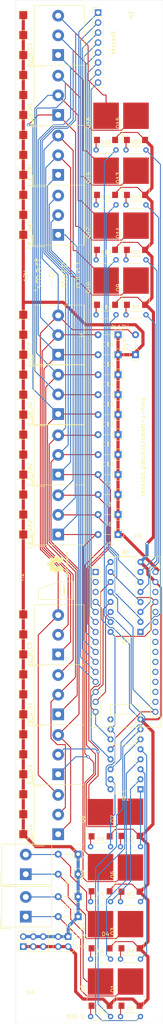
<source format=kicad_pcb>
(kicad_pcb (version 20171130) (host pcbnew "(5.1.6-0-10_14)")
  (layers (0 F.Cu signal) (31 B.Cu signal) (34 B.Paste user hide) (35 F.Paste user hide) (36 B.SilkS user) (37 F.SilkS user) (38 B.Mask user hide) (39 F.Mask user hide) (44 Edge.Cuts user))
  (net 0 "")
  (net 1 "Net-(A1-Pad1)")
  (net 2 "Net-(A1-Pad17)")
  (net 3 "Net-(A1-Pad2)")
  (net 4 "Net-(A1-Pad18)")
  (net 5 "Net-(A1-Pad3)")
  (net 6 "Net-(A1-Pad19)")
  (net 7 GND)
  (net 8 "Net-(A1-Pad20)")
  (net 9 "Net-(A1-Pad5)")
  (net 10 "Net-(A1-Pad21)")
  (net 11 "Net-(A1-Pad6)")
  (net 12 "Net-(A1-Pad22)")
  (net 13 "Net-(A1-Pad7)")
  (net 14 "Net-(A1-Pad23)")
  (net 15 "Net-(A1-Pad8)")
  (net 16 "Net-(A1-Pad24)")
  (net 17 "Net-(A1-Pad9)")
  (net 18 "Net-(A1-Pad25)")
  (net 19 "Net-(A1-Pad10)")
  (net 20 "Net-(A1-Pad26)")
  (net 21 "Net-(A1-Pad11)")
  (net 22 "Net-(A1-Pad27)")
  (net 23 "Net-(A1-Pad12)")
  (net 24 "Net-(A1-Pad28)")
  (net 25 "Net-(A1-Pad13)")
  (net 26 "Net-(A1-Pad14)")
  (net 27 +12V)
  (net 28 "Net-(A1-Pad15)")
  (net 29 "Net-(A1-Pad16)")
  (net 30 "Net-(R1-Pad2)")
  (net 31 "Net-(R2-Pad2)")
  (net 32 "Net-(R3-Pad2)")
  (net 33 "Net-(R4-Pad2)")
  (net 34 "Net-(R5-Pad2)")
  (net 35 "Net-(R6-Pad2)")
  (net 36 "Net-(R7-Pad2)")
  (net 37 "Net-(R8-Pad2)")
  (net 38 "Net-(R9-Pad2)")
  (net 39 "Net-(R10-Pad2)")
  (net 40 "Net-(R11-Pad2)")
  (net 41 "Net-(R12-Pad2)")
  (net 42 "Net-(R13-Pad2)")
  (net 43 "Net-(R14-Pad2)")
  (net 44 "Net-(R15-Pad2)")
  (net 45 "Net-(R16-Pad2)")
  (net 46 "Net-(U1-Pad14)")
  (net 47 "Net-(U1-Pad9)")
  (net 48 "Net-(D1-Pad2)")
  (net 49 "Net-(D2-Pad2)")
  (net 50 "Net-(D3-Pad2)")
  (net 51 "Net-(D4-Pad2)")
  (net 52 "Net-(D9-Pad2)")
  (net 53 "Net-(D10-Pad2)")
  (net 54 "Net-(D11-Pad2)")
  (net 55 "Net-(D12-Pad2)")
  (net 56 "Net-(D13-Pad2)")
  (net 57 "Net-(D14-Pad2)")
  (net 58 "Net-(Bb_B_C1-Pad3)")
  (net 59 "Net-(Bb_B_C1-Pad2)")
  (net 60 "Net-(Bb_B_C1-Pad1)")
  (net 61 "Net-(C#_D_D#1-Pad3)")
  (net 62 "Net-(C#_D_D#1-Pad2)")
  (net 63 "Net-(C#_D_D#1-Pad1)")
  (net 64 "Net-(Q1-Pad1)")
  (net 65 "Net-(Q2-Pad1)")
  (net 66 "Net-(Q3-Pad1)")
  (net 67 "Net-(Q4-Pad1)")
  (net 68 "Net-(Q5-Pad1)")
  (net 69 "Net-(Q6-Pad1)")
  (net 70 "Net-(Q7-Pad1)")
  (net 71 "Net-(Q8-Pad1)")
  (net 72 "Net-(Q9-Pad1)")
  (net 73 "Net-(Q10-Pad1)")
  (net 74 "Net-(Q11-Pad1)")
  (net 75 "Net-(Q12-Pad1)")
  (net 76 "Net-(Q13-Pad1)")
  (net 77 "Net-(Q14-Pad1)")
  (net 78 "Net-(Q15-Pad1)")
  (net 79 "Net-(Q16-Pad1)")
  (module Connector_PinHeader_2.54mm:PinHeader_1x08_P2.54mm_Vertical (layer F.Cu) (at 2.54 13.335)
    (fp_text reference keypad1 (at 3.81 7.62 90) (layer F.SilkS))
    (fp_text value Conn_01x08_Female)
    (pad 1 thru_hole rect (at 0 0) (size 1.7 1.7) (drill 1) (layers *.Cu *.Mask) (net 23 "Net-(A1-Pad12)"))
    (pad 2 thru_hole oval (at 0 2.54) (size 1.7 1.7) (drill 1) (layers *.Cu *.Mask) (net 21 "Net-(A1-Pad11)"))
    (pad 3 thru_hole oval (at 0 5.08) (size 1.7 1.7) (drill 1) (layers *.Cu *.Mask) (net 19 "Net-(A1-Pad10)"))
    (pad 4 thru_hole oval (at 0 7.62) (size 1.7 1.7) (drill 1) (layers *.Cu *.Mask) (net 17 "Net-(A1-Pad9)"))
    (pad 5 thru_hole oval (at 0 10.16) (size 1.7 1.7) (drill 1) (layers *.Cu *.Mask) (net 15 "Net-(A1-Pad8)"))
    (pad 6 thru_hole oval (at 0 12.7) (size 1.7 1.7) (drill 1) (layers *.Cu *.Mask) (net 13 "Net-(A1-Pad7)"))
    (pad 7 thru_hole oval (at 0 15.24) (size 1.7 1.7) (drill 1) (layers *.Cu *.Mask) (net 11 "Net-(A1-Pad6)"))
    (pad 8 thru_hole oval (at 0 17.78) (size 1.7 1.7) (drill 1) (layers *.Cu *.Mask) (net 9 "Net-(A1-Pad5)"))
  )
  (module Symbol:OSHW-Logo2_7.3x6mm_SilkScreen (layer F.Cu) (at -7.62 153.67 90)
    (fp_text reference REF** hide)
    (fp_text value OSHW-Logo2_7.3x6mm_SilkScreen hide)
  )
  (module TestPoint:TestPoint_Pad_2.0x2.0mm (layer F.Cu) (at -16.51 110.49)
    (fp_text reference J46 hide)
    (fp_text value Conn_01x01_Male)
    (pad 1 smd rect (at 0 0) (size 2 2) (layers F.Cu F.Mask) (net 27 +12V))
  )
  (module TestPoint:TestPoint_Pad_2.0x2.0mm (layer F.Cu) (at -16.51 207.01)
    (fp_text reference J45 hide)
    (fp_text value Conn_01x01_Male)
    (pad 1 smd rect (at 0 0) (size 2 2) (layers F.Cu F.Mask) (net 27 +12V))
  )
  (module TestPoint:TestPoint_Pad_2.0x2.0mm (layer F.Cu) (at -16.51 171.45)
    (fp_text reference J44 hide)
    (fp_text value Conn_01x01_Male)
    (pad 1 smd rect (at 0 0) (size 2 2) (layers F.Cu F.Mask) (net 27 +12V))
  )
  (module TestPoint:TestPoint_Pad_2.0x2.0mm (layer F.Cu) (at -16.51 201.93)
    (fp_text reference J43 hide)
    (fp_text value Conn_01x01_Male)
    (pad 1 smd rect (at 0 0) (size 2 2) (layers F.Cu F.Mask) (net 27 +12V))
  )
  (module TestPoint:TestPoint_Pad_2.0x2.0mm (layer F.Cu) (at -16.51 212.09)
    (fp_text reference J42 hide)
    (fp_text value Conn_01x01_Male)
    (pad 1 smd rect (at 0 0) (size 2 2) (layers F.Cu F.Mask) (net 27 +12V))
  )
  (module TestPoint:TestPoint_Pad_2.0x2.0mm (layer F.Cu) (at -16.51 115.57)
    (fp_text reference J41 hide)
    (fp_text value Conn_01x01_Male)
    (pad 1 smd rect (at 0 0) (size 2 2) (layers F.Cu F.Mask) (net 27 +12V))
  )
  (module TestPoint:TestPoint_Pad_2.0x2.0mm (layer F.Cu) (at -16.51 176.53)
    (fp_text reference J40 hide)
    (fp_text value Conn_01x01_Male)
    (pad 1 smd rect (at 0 0) (size 2 2) (layers F.Cu F.Mask) (net 27 +12V))
  )
  (module TestPoint:TestPoint_Pad_2.0x2.0mm (layer F.Cu) (at -16.51 186.69)
    (fp_text reference J39 hide)
    (fp_text value Conn_01x01_Male)
    (pad 1 smd rect (at 0 0) (size 2 2) (layers F.Cu F.Mask) (net 27 +12V))
  )
  (module TestPoint:TestPoint_Pad_2.0x2.0mm (layer F.Cu) (at -16.51 120.65)
    (fp_text reference J37 hide)
    (fp_text value Conn_01x01_Male)
    (pad 1 smd rect (at 0 0) (size 2 2) (layers F.Cu F.Mask) (net 27 +12V))
  )
  (module TestPoint:TestPoint_Pad_2.0x2.0mm (layer F.Cu) (at -16.51 181.61)
    (fp_text reference J36 hide)
    (fp_text value Conn_01x01_Male)
    (pad 1 smd rect (at 0 0) (size 2 2) (layers F.Cu F.Mask) (net 27 +12V))
  )
  (module TestPoint:TestPoint_Pad_2.0x2.0mm (layer F.Cu) (at -16.51 217.17)
    (fp_text reference J35 hide)
    (fp_text value Conn_01x01_Male)
    (pad 1 smd rect (at 0 0) (size 2 2) (layers F.Cu F.Mask) (net 27 +12V))
  )
  (module TestPoint:TestPoint_Pad_2.0x2.0mm (layer F.Cu) (at -16.51 125.73)
    (fp_text reference J33 hide)
    (fp_text value Conn_01x01_Male)
    (pad 1 smd rect (at 0 0) (size 2 2) (layers F.Cu F.Mask) (net 27 +12V))
  )
  (module TestPoint:TestPoint_Pad_2.0x2.0mm (layer F.Cu) (at -16.51 191.77)
    (fp_text reference J32 hide)
    (fp_text value Conn_01x01_Male)
    (pad 1 smd rect (at 0 0) (size 2 2) (layers F.Cu F.Mask) (net 27 +12V))
  )
  (module TestPoint:TestPoint_Pad_2.0x2.0mm (layer F.Cu) (at -16.51 222.25)
    (fp_text reference J31 hide)
    (fp_text value Conn_01x01_Male)
    (pad 1 smd rect (at 0 0) (size 2 2) (layers F.Cu F.Mask) (net 27 +12V))
  )
  (module TestPoint:TestPoint_Pad_2.0x2.0mm (layer F.Cu) (at -16.51 130.81)
    (fp_text reference J29 hide)
    (fp_text value Conn_01x01_Male)
    (pad 1 smd rect (at 0 0) (size 2 2) (layers F.Cu F.Mask) (net 27 +12V))
  )
  (module TestPoint:TestPoint_Pad_2.0x2.0mm (layer F.Cu) (at -16.51 196.85)
    (fp_text reference J28 hide)
    (fp_text value Conn_01x01_Male)
    (pad 1 smd rect (at 0 0) (size 2 2) (layers F.Cu F.Mask) (net 27 +12V))
  )
  (module TestPoint:TestPoint_Pad_2.0x2.0mm (layer F.Cu) (at -16.51 135.89)
    (fp_text reference J25 hide)
    (fp_text value Conn_01x01_Male)
    (pad 1 smd rect (at 0 0) (size 2 2) (layers F.Cu F.Mask) (net 27 +12V))
  )
  (module TestPoint:TestPoint_Pad_2.0x2.0mm (layer F.Cu) (at -16.51 140.97)
    (fp_text reference J22 hide)
    (fp_text value Conn_01x01_Male)
    (pad 1 smd rect (at 0 0) (size 2 2) (layers F.Cu F.Mask) (net 27 +12V))
  )
  (module TestPoint:TestPoint_Pad_2.0x2.0mm (layer F.Cu) (at -16.51 166.37)
    (fp_text reference J21 hide)
    (fp_text value Conn_01x01_Male)
    (pad 1 smd rect (at 0 0) (size 2 2) (layers F.Cu F.Mask) (net 27 +12V))
  )
  (module TestPoint:TestPoint_Pad_2.0x2.0mm (layer F.Cu) (at -16.51 146.05)
    (fp_text reference J20 hide)
    (fp_text value Conn_01x01_Male)
    (pad 1 smd rect (at 0 0) (size 2 2) (layers F.Cu F.Mask) (net 27 +12V))
  )
  (module TestPoint:TestPoint_Pad_2.0x2.0mm (layer F.Cu) (at -16.51 105.41)
    (fp_text reference J19 hide)
    (fp_text value Conn_01x01_Male)
    (pad 1 smd rect (at 0 0) (size 2 2) (layers F.Cu F.Mask) (net 27 +12V))
  )
  (module TestPoint:TestPoint_Pad_2.0x2.0mm (layer F.Cu) (at -16.51 39.37)
    (fp_text reference J18 hide)
    (fp_text value Conn_01x01_Male)
    (pad 1 smd rect (at 0 0) (size 2 2) (layers F.Cu F.Mask) (net 27 +12V))
  )
  (module TestPoint:TestPoint_Pad_2.0x2.0mm (layer F.Cu) (at -16.51 44.45)
    (fp_text reference J17 hide)
    (fp_text value Conn_01x01_Male)
    (pad 1 smd rect (at 0 0) (size 2 2) (layers F.Cu F.Mask) (net 27 +12V))
  )
  (module TestPoint:TestPoint_Pad_2.0x2.0mm (layer F.Cu) (at -16.51 100.33)
    (fp_text reference J16 hide)
    (fp_text value Conn_01x01_Male)
    (pad 1 smd rect (at 0 0) (size 2 2) (layers F.Cu F.Mask) (net 27 +12V))
  )
  (module TestPoint:TestPoint_Pad_2.0x2.0mm (layer F.Cu) (at -16.51 49.53)
    (fp_text reference J15 hide)
    (fp_text value Conn_01x01_Male)
    (pad 1 smd rect (at 0 0) (size 2 2) (layers F.Cu F.Mask) (net 27 +12V))
  )
  (module TestPoint:TestPoint_Pad_2.0x2.0mm (layer F.Cu) (at -16.51 90.17)
    (fp_text reference J14 hide)
    (fp_text value Conn_01x01_Male)
    (pad 1 smd rect (at 0 0) (size 2 2) (layers F.Cu F.Mask) (net 27 +12V))
  )
  (module TestPoint:TestPoint_Pad_2.0x2.0mm (layer F.Cu) (at -16.51 95.25)
    (fp_text reference J13 hide)
    (fp_text value Conn_01x01_Male)
    (pad 1 smd rect (at 0 0) (size 2 2) (layers F.Cu F.Mask) (net 27 +12V))
  )
  (module TestPoint:TestPoint_Pad_2.0x2.0mm (layer F.Cu) (at -16.51 54.61)
    (fp_text reference J12 hide)
    (fp_text value Conn_01x01_Male)
    (pad 1 smd rect (at 0 0) (size 2 2) (layers F.Cu F.Mask) (net 27 +12V))
  )
  (module TestPoint:TestPoint_Pad_2.0x2.0mm (layer F.Cu) (at -16.51 59.69)
    (fp_text reference J11 hide)
    (fp_text value Conn_01x01_Male)
    (pad 1 smd rect (at 0 0) (size 2 2) (layers F.Cu F.Mask) (net 27 +12V))
  )
  (module TestPoint:TestPoint_Pad_2.0x2.0mm (layer F.Cu) (at -16.51 64.77)
    (fp_text reference J10 hide)
    (fp_text value Conn_01x01_Male)
    (pad 1 smd rect (at 0 0) (size 2 2) (layers F.Cu F.Mask) (net 27 +12V))
  )
  (module TestPoint:TestPoint_Pad_2.0x2.0mm (layer F.Cu) (at -16.51 29.21)
    (fp_text reference J9 hide)
    (fp_text value Conn_01x01_Male)
    (pad 1 smd rect (at 0 0) (size 2 2) (layers F.Cu F.Mask) (net 27 +12V))
  )
  (module TestPoint:TestPoint_Pad_2.0x2.0mm (layer F.Cu) (at -16.51 69.85)
    (fp_text reference J8 hide)
    (fp_text value Conn_01x01_Male)
    (pad 1 smd rect (at 0 0) (size 2 2) (layers F.Cu F.Mask) (net 27 +12V))
  )
  (module TestPoint:TestPoint_Pad_2.0x2.0mm (layer F.Cu) (at -16.51 13.97)
    (fp_text reference J7 hide)
    (fp_text value Conn_01x01_Male)
    (pad 1 smd rect (at 0 0) (size 2 2) (layers F.Cu F.Mask) (net 27 +12V))
  )
  (module TestPoint:TestPoint_Pad_2.0x2.0mm (layer F.Cu) (at -16.51 24.13)
    (fp_text reference J6 hide)
    (fp_text value Conn_01x01_Male)
    (pad 1 smd rect (at 0 0) (size 2 2) (layers F.Cu F.Mask) (net 27 +12V))
  )
  (module TestPoint:TestPoint_Pad_2.0x2.0mm (layer F.Cu) (at -16.51 34.29)
    (fp_text reference J5 hide)
    (fp_text value Conn_01x01_Male)
    (pad 1 smd rect (at 0 0) (size 2 2) (layers F.Cu F.Mask) (net 27 +12V))
  )
  (module TestPoint:TestPoint_Pad_2.0x2.0mm (layer F.Cu) (at -16.51 19.05)
    (fp_text reference J4 hide)
    (fp_text value Conn_01x01_Male)
    (pad 1 smd rect (at 0 0) (size 2 2) (layers F.Cu F.Mask) (net 27 +12V))
  )
  (module Resistor_THT:R_Axial_DIN0204_L3.6mm_D1.6mm_P5.08mm_Horizontal (layer F.Cu) (at 2.032 48.26)
    (fp_text reference R16 (at 2.54 -1.92) (layer F.SilkS))
    (fp_text value 1K)
    (pad 2 thru_hole oval (at 5.08 0) (size 1.4 1.4) (drill 0.7) (layers *.Cu *.Mask) (net 45 "Net-(R16-Pad2)"))
    (pad 1 thru_hole circle (at 0 0) (size 1.4 1.4) (drill 0.7) (layers *.Cu *.Mask) (net 79 "Net-(Q16-Pad1)"))
  )
  (module Resistor_THT:R_Axial_DIN0204_L3.6mm_D1.6mm_P5.08mm_Horizontal (layer F.Cu) (at 9.652 48.26)
    (fp_text reference R15 (at 2.54 -1.92) (layer F.SilkS))
    (fp_text value 1K)
    (pad 2 thru_hole oval (at 5.08 0) (size 1.4 1.4) (drill 0.7) (layers *.Cu *.Mask) (net 44 "Net-(R15-Pad2)"))
    (pad 1 thru_hole circle (at 0 0) (size 1.4 1.4) (drill 0.7) (layers *.Cu *.Mask) (net 78 "Net-(Q15-Pad1)"))
  )
  (module Resistor_THT:R_Axial_DIN0204_L3.6mm_D1.6mm_P5.08mm_Horizontal (layer F.Cu) (at 2.032 62.23)
    (fp_text reference R14 (at 2.54 -1.92) (layer F.SilkS))
    (fp_text value 1K)
    (pad 2 thru_hole oval (at 5.08 0) (size 1.4 1.4) (drill 0.7) (layers *.Cu *.Mask) (net 43 "Net-(R14-Pad2)"))
    (pad 1 thru_hole circle (at 0 0) (size 1.4 1.4) (drill 0.7) (layers *.Cu *.Mask) (net 77 "Net-(Q14-Pad1)"))
  )
  (module Resistor_THT:R_Axial_DIN0204_L3.6mm_D1.6mm_P5.08mm_Horizontal (layer F.Cu) (at 9.652 62.23)
    (fp_text reference R13 (at 2.54 -1.92) (layer F.SilkS))
    (fp_text value 1K)
    (pad 2 thru_hole oval (at 5.08 0) (size 1.4 1.4) (drill 0.7) (layers *.Cu *.Mask) (net 42 "Net-(R13-Pad2)"))
    (pad 1 thru_hole circle (at 0 0) (size 1.4 1.4) (drill 0.7) (layers *.Cu *.Mask) (net 76 "Net-(Q13-Pad1)"))
  )
  (module Resistor_THT:R_Axial_DIN0204_L3.6mm_D1.6mm_P5.08mm_Horizontal (layer F.Cu) (at 2.032 76.2)
    (fp_text reference R12 (at 2.54 -1.92) (layer F.SilkS))
    (fp_text value 1K)
    (pad 2 thru_hole oval (at 5.08 0) (size 1.4 1.4) (drill 0.7) (layers *.Cu *.Mask) (net 41 "Net-(R12-Pad2)"))
    (pad 1 thru_hole circle (at 0 0) (size 1.4 1.4) (drill 0.7) (layers *.Cu *.Mask) (net 75 "Net-(Q12-Pad1)"))
  )
  (module Resistor_THT:R_Axial_DIN0204_L3.6mm_D1.6mm_P5.08mm_Horizontal (layer F.Cu) (at 9.652 76.2)
    (fp_text reference R11 (at 2.54 -1.92) (layer F.SilkS))
    (fp_text value 1K)
    (pad 2 thru_hole oval (at 5.08 0) (size 1.4 1.4) (drill 0.7) (layers *.Cu *.Mask) (net 40 "Net-(R11-Pad2)"))
    (pad 1 thru_hole circle (at 0 0) (size 1.4 1.4) (drill 0.7) (layers *.Cu *.Mask) (net 74 "Net-(Q11-Pad1)"))
  )
  (module Resistor_THT:R_Axial_DIN0204_L3.6mm_D1.6mm_P5.08mm_Horizontal (layer F.Cu) (at 2.032 90.17)
    (fp_text reference R10 (at 2.54 -1.92) (layer F.SilkS))
    (fp_text value 1K)
    (pad 2 thru_hole oval (at 5.08 0) (size 1.4 1.4) (drill 0.7) (layers *.Cu *.Mask) (net 39 "Net-(R10-Pad2)"))
    (pad 1 thru_hole circle (at 0 0) (size 1.4 1.4) (drill 0.7) (layers *.Cu *.Mask) (net 73 "Net-(Q10-Pad1)"))
  )
  (module Resistor_THT:R_Axial_DIN0204_L3.6mm_D1.6mm_P5.08mm_Horizontal (layer F.Cu) (at 9.652 90.17)
    (fp_text reference R9 (at 2.54 -1.92) (layer F.SilkS))
    (fp_text value 1K)
    (pad 2 thru_hole oval (at 5.08 0) (size 1.4 1.4) (drill 0.7) (layers *.Cu *.Mask) (net 38 "Net-(R9-Pad2)"))
    (pad 1 thru_hole circle (at 0 0) (size 1.4 1.4) (drill 0.7) (layers *.Cu *.Mask) (net 72 "Net-(Q9-Pad1)"))
  )
  (module Resistor_THT:R_Axial_DIN0204_L3.6mm_D1.6mm_P5.08mm_Horizontal (layer F.Cu) (at 0.635 225.425)
    (fp_text reference R8 (at 2.54 -1.92) (layer F.SilkS))
    (fp_text value 1K)
    (pad 2 thru_hole oval (at 5.08 0) (size 1.4 1.4) (drill 0.7) (layers *.Cu *.Mask) (net 37 "Net-(R8-Pad2)"))
    (pad 1 thru_hole circle (at 0 0) (size 1.4 1.4) (drill 0.7) (layers *.Cu *.Mask) (net 71 "Net-(Q8-Pad1)"))
  )
  (module Resistor_THT:R_Axial_DIN0204_L3.6mm_D1.6mm_P5.08mm_Horizontal (layer F.Cu) (at 8.255 225.425)
    (fp_text reference R7 (at 2.54 -1.92) (layer F.SilkS))
    (fp_text value 1K)
    (pad 2 thru_hole oval (at 5.08 0) (size 1.4 1.4) (drill 0.7) (layers *.Cu *.Mask) (net 36 "Net-(R7-Pad2)"))
    (pad 1 thru_hole circle (at 0 0) (size 1.4 1.4) (drill 0.7) (layers *.Cu *.Mask) (net 70 "Net-(Q7-Pad1)"))
  )
  (module Resistor_THT:R_Axial_DIN0204_L3.6mm_D1.6mm_P5.08mm_Horizontal (layer F.Cu) (at 0.635 239.395)
    (fp_text reference R6 (at 2.54 -1.92) (layer F.SilkS))
    (fp_text value 1K)
    (pad 2 thru_hole oval (at 5.08 0) (size 1.4 1.4) (drill 0.7) (layers *.Cu *.Mask) (net 35 "Net-(R6-Pad2)"))
    (pad 1 thru_hole circle (at 0 0) (size 1.4 1.4) (drill 0.7) (layers *.Cu *.Mask) (net 69 "Net-(Q6-Pad1)"))
  )
  (module Resistor_THT:R_Axial_DIN0204_L3.6mm_D1.6mm_P5.08mm_Horizontal (layer F.Cu) (at 8.255 239.395)
    (fp_text reference R5 (at 2.54 -1.92) (layer F.SilkS))
    (fp_text value 1K)
    (pad 2 thru_hole oval (at 5.08 0) (size 1.4 1.4) (drill 0.7) (layers *.Cu *.Mask) (net 34 "Net-(R5-Pad2)"))
    (pad 1 thru_hole circle (at 0 0) (size 1.4 1.4) (drill 0.7) (layers *.Cu *.Mask) (net 68 "Net-(Q5-Pad1)"))
  )
  (module Resistor_THT:R_Axial_DIN0204_L3.6mm_D1.6mm_P5.08mm_Horizontal (layer F.Cu) (at 0.635 254)
    (fp_text reference R4 (at 2.54 -1.92) (layer F.SilkS))
    (fp_text value 1K)
    (pad 2 thru_hole oval (at 5.08 0) (size 1.4 1.4) (drill 0.7) (layers *.Cu *.Mask) (net 33 "Net-(R4-Pad2)"))
    (pad 1 thru_hole circle (at 0 0) (size 1.4 1.4) (drill 0.7) (layers *.Cu *.Mask) (net 67 "Net-(Q4-Pad1)"))
  )
  (module Resistor_THT:R_Axial_DIN0204_L3.6mm_D1.6mm_P5.08mm_Horizontal (layer F.Cu) (at 8.255 254)
    (fp_text reference R3 (at 2.54 -1.92) (layer F.SilkS))
    (fp_text value 1K)
    (pad 2 thru_hole oval (at 5.08 0) (size 1.4 1.4) (drill 0.7) (layers *.Cu *.Mask) (net 32 "Net-(R3-Pad2)"))
    (pad 1 thru_hole circle (at 0 0) (size 1.4 1.4) (drill 0.7) (layers *.Cu *.Mask) (net 66 "Net-(Q3-Pad1)"))
  )
  (module Resistor_THT:R_Axial_DIN0204_L3.6mm_D1.6mm_P5.08mm_Horizontal (layer F.Cu) (at 0.635 268.605)
    (fp_text reference R2 (at 2.54 -1.92) (layer F.SilkS))
    (fp_text value 1K)
    (pad 2 thru_hole oval (at 5.08 0) (size 1.4 1.4) (drill 0.7) (layers *.Cu *.Mask) (net 31 "Net-(R2-Pad2)"))
    (pad 1 thru_hole circle (at 0 0) (size 1.4 1.4) (drill 0.7) (layers *.Cu *.Mask) (net 65 "Net-(Q2-Pad1)"))
  )
  (module Resistor_THT:R_Axial_DIN0204_L3.6mm_D1.6mm_P5.08mm_Horizontal (layer F.Cu) (at 8.255 268.605)
    (fp_text reference R1 (at 2.54 -1.92) (layer F.SilkS))
    (fp_text value 1K)
    (pad 2 thru_hole oval (at 5.08 0) (size 1.4 1.4) (drill 0.7) (layers *.Cu *.Mask) (net 30 "Net-(R1-Pad2)"))
    (pad 1 thru_hole circle (at 0 0) (size 1.4 1.4) (drill 0.7) (layers *.Cu *.Mask) (net 64 "Net-(Q1-Pad1)"))
  )
  (module TerminalBlock_Altech:Altech_AK300_1x03_P5.00mm_45-Degree (layer F.Cu) (at -7.62 146.05 90)
    (fp_text reference C#_D_D#2 (at 0 -7.2 90) (layer F.SilkS))
    (fp_text value Screw_Terminal_01x03)
    (pad 3 thru_hole circle (at 10 0 90) (size 3 3) (drill 1.5) (layers *.Cu *.Mask) (net 61 "Net-(C#_D_D#1-Pad3)"))
    (pad 2 thru_hole circle (at 5 0 90) (size 3 3) (drill 1.5) (layers *.Cu *.Mask) (net 62 "Net-(C#_D_D#1-Pad2)"))
    (pad 1 thru_hole rect (at 0 0 90) (size 3 3) (drill 1.5) (layers *.Cu *.Mask) (net 63 "Net-(C#_D_D#1-Pad1)"))
  )
  (module TerminalBlock_Altech:Altech_AK300_1x03_P5.00mm_45-Degree (layer F.Cu) (at -7.62 54.61 90)
    (fp_text reference E_F_F#1 (at 0 -7.2 90) (layer F.SilkS))
    (fp_text value Screw_Terminal_01x03)
    (pad 3 thru_hole circle (at 10 0 90) (size 3 3) (drill 1.5) (layers *.Cu *.Mask) (net 54 "Net-(D11-Pad2)"))
    (pad 2 thru_hole circle (at 5 0 90) (size 3 3) (drill 1.5) (layers *.Cu *.Mask) (net 53 "Net-(D10-Pad2)"))
    (pad 1 thru_hole rect (at 0 0 90) (size 3 3) (drill 1.5) (layers *.Cu *.Mask) (net 52 "Net-(D9-Pad2)"))
  )
  (module Diode_THT:D_A-405_P5.08mm_Vertical_AnodeUp (layer F.Cu) (at 7.62 135.89 180)
    (fp_text reference D8 (at 2.54 -2.47) (layer F.SilkS))
    (fp_text value D)
    (pad 2 thru_hole oval (at 5.08 0 180) (size 1.8 1.8) (drill 0.9) (layers *.Cu *.Mask) (net 61 "Net-(C#_D_D#1-Pad3)"))
    (pad 1 thru_hole rect (at 0 0 180) (size 1.8 1.8) (drill 0.9) (layers *.Cu *.Mask) (net 27 +12V))
  )
  (module Package_DIP:DIP-16_W7.62mm (layer F.Cu) (at 13.335 170.815 180)
    (fp_text reference U2 (at 3.81 -2.33) (layer F.SilkS))
    (fp_text value 74HC595)
    (pad 1 thru_hole rect (at 0 0 180) (size 1.6 1.6) (drill 0.8) (layers *.Cu *.Mask) (net 44 "Net-(R15-Pad2)"))
    (pad 9 thru_hole oval (at 7.62 17.78 180) (size 1.6 1.6) (drill 0.8) (layers *.Cu *.Mask) (net 46 "Net-(U1-Pad14)"))
    (pad 2 thru_hole oval (at 0 2.54 180) (size 1.6 1.6) (drill 0.8) (layers *.Cu *.Mask) (net 43 "Net-(R14-Pad2)"))
    (pad 10 thru_hole oval (at 7.62 15.24 180) (size 1.6 1.6) (drill 0.8) (layers *.Cu *.Mask) (net 22 "Net-(A1-Pad27)"))
    (pad 3 thru_hole oval (at 0 5.08 180) (size 1.6 1.6) (drill 0.8) (layers *.Cu *.Mask) (net 42 "Net-(R13-Pad2)"))
    (pad 11 thru_hole oval (at 7.62 12.7 180) (size 1.6 1.6) (drill 0.8) (layers *.Cu *.Mask) (net 28 "Net-(A1-Pad15)"))
    (pad 4 thru_hole oval (at 0 7.62 180) (size 1.6 1.6) (drill 0.8) (layers *.Cu *.Mask) (net 41 "Net-(R12-Pad2)"))
    (pad 12 thru_hole oval (at 7.62 10.16 180) (size 1.6 1.6) (drill 0.8) (layers *.Cu *.Mask) (net 29 "Net-(A1-Pad16)"))
    (pad 5 thru_hole oval (at 0 10.16 180) (size 1.6 1.6) (drill 0.8) (layers *.Cu *.Mask) (net 40 "Net-(R11-Pad2)"))
    (pad 13 thru_hole oval (at 7.62 7.62 180) (size 1.6 1.6) (drill 0.8) (layers *.Cu *.Mask) (net 25 "Net-(A1-Pad13)"))
    (pad 6 thru_hole oval (at 0 12.7 180) (size 1.6 1.6) (drill 0.8) (layers *.Cu *.Mask) (net 39 "Net-(R10-Pad2)"))
    (pad 14 thru_hole oval (at 7.62 5.08 180) (size 1.6 1.6) (drill 0.8) (layers *.Cu *.Mask) (net 26 "Net-(A1-Pad14)"))
    (pad 7 thru_hole oval (at 0 15.24 180) (size 1.6 1.6) (drill 0.8) (layers *.Cu *.Mask) (net 38 "Net-(R9-Pad2)"))
    (pad 15 thru_hole oval (at 7.62 2.54 180) (size 1.6 1.6) (drill 0.8) (layers *.Cu *.Mask) (net 45 "Net-(R16-Pad2)"))
    (pad 8 thru_hole oval (at 0 17.78 180) (size 1.6 1.6) (drill 0.8) (layers *.Cu *.Mask) (net 7 GND))
    (pad 16 thru_hole oval (at 7.62 0 180) (size 1.6 1.6) (drill 0.8) (layers *.Cu *.Mask) (net 22 "Net-(A1-Pad27)"))
  )
  (module Package_TO_SOT_SMD:ATPAK-2 (layer F.Cu) (at 4.572 41.37 90)
    (fp_text reference Q16 (at 0 -4.5 90) (layer F.SilkS))
    (fp_text value 2N7002K)
    (pad 2 smd rect (at 1.8 0 90) (size 6.7 6.5) (layers F.Cu F.Mask) (net 58 "Net-(Bb_B_C1-Pad3)"))
    (pad 3 smd rect (at -4.35 2.3 90) (size 1.6 1.5) (layers F.Cu F.Paste F.Mask) (net 7 GND))
    (pad 1 smd rect (at -4.35 -2.3 90) (size 1.6 1.5) (layers F.Cu F.Paste F.Mask) (net 79 "Net-(Q16-Pad1)"))
  )
  (module Package_TO_SOT_SMD:ATPAK-2 (layer F.Cu) (at 12.192 41.37 90)
    (fp_text reference Q15 (at 0 -4.5 90) (layer F.SilkS))
    (fp_text value 2N7002K)
    (pad 2 smd rect (at 1.8 0 90) (size 6.7 6.5) (layers F.Cu F.Mask) (net 59 "Net-(Bb_B_C1-Pad2)"))
    (pad 3 smd rect (at -4.35 2.3 90) (size 1.6 1.5) (layers F.Cu F.Paste F.Mask) (net 7 GND))
    (pad 1 smd rect (at -4.35 -2.3 90) (size 1.6 1.5) (layers F.Cu F.Paste F.Mask) (net 78 "Net-(Q15-Pad1)"))
  )
  (module Package_TO_SOT_SMD:ATPAK-2 (layer F.Cu) (at 4.572 55.34 90)
    (fp_text reference Q14 (at 0 -4.5 90) (layer F.SilkS))
    (fp_text value 2N7002K)
    (pad 2 smd rect (at 1.8 0 90) (size 6.7 6.5) (layers F.Cu F.Mask) (net 60 "Net-(Bb_B_C1-Pad1)"))
    (pad 3 smd rect (at -4.35 2.3 90) (size 1.6 1.5) (layers F.Cu F.Paste F.Mask) (net 7 GND))
    (pad 1 smd rect (at -4.35 -2.3 90) (size 1.6 1.5) (layers F.Cu F.Paste F.Mask) (net 77 "Net-(Q14-Pad1)"))
  )
  (module Package_TO_SOT_SMD:ATPAK-2 (layer F.Cu) (at 12.192 55.34 90)
    (fp_text reference Q13 (at 0 -4.5 90) (layer F.SilkS))
    (fp_text value 2N7002K)
    (pad 2 smd rect (at 1.8 0 90) (size 6.7 6.5) (layers F.Cu F.Mask) (net 57 "Net-(D14-Pad2)"))
    (pad 3 smd rect (at -4.35 2.3 90) (size 1.6 1.5) (layers F.Cu F.Paste F.Mask) (net 7 GND))
    (pad 1 smd rect (at -4.35 -2.3 90) (size 1.6 1.5) (layers F.Cu F.Paste F.Mask) (net 76 "Net-(Q13-Pad1)"))
  )
  (module Package_TO_SOT_SMD:ATPAK-2 (layer F.Cu) (at 4.572 69.31 90)
    (fp_text reference Q12 (at 0 -4.5 90) (layer F.SilkS))
    (fp_text value 2N7002K)
    (pad 2 smd rect (at 1.8 0 90) (size 6.7 6.5) (layers F.Cu F.Mask) (net 56 "Net-(D13-Pad2)"))
    (pad 3 smd rect (at -4.35 2.3 90) (size 1.6 1.5) (layers F.Cu F.Paste F.Mask) (net 7 GND))
    (pad 1 smd rect (at -4.35 -2.3 90) (size 1.6 1.5) (layers F.Cu F.Paste F.Mask) (net 75 "Net-(Q12-Pad1)"))
  )
  (module Package_TO_SOT_SMD:ATPAK-2 (layer F.Cu) (at 12.192 69.31 90)
    (fp_text reference Q11 (at 0 -4.5 90) (layer F.SilkS))
    (fp_text value 2N7002K)
    (pad 2 smd rect (at 1.8 0 90) (size 6.7 6.5) (layers F.Cu F.Mask) (net 55 "Net-(D12-Pad2)"))
    (pad 3 smd rect (at -4.35 2.3 90) (size 1.6 1.5) (layers F.Cu F.Paste F.Mask) (net 7 GND))
    (pad 1 smd rect (at -4.35 -2.3 90) (size 1.6 1.5) (layers F.Cu F.Paste F.Mask) (net 74 "Net-(Q11-Pad1)"))
  )
  (module Package_TO_SOT_SMD:ATPAK-2 (layer F.Cu) (at 4.572 83.28 90)
    (fp_text reference Q10 (at 0 -4.5 90) (layer F.SilkS))
    (fp_text value 2N7002K)
    (pad 2 smd rect (at 1.8 0 90) (size 6.7 6.5) (layers F.Cu F.Mask) (net 54 "Net-(D11-Pad2)"))
    (pad 3 smd rect (at -4.35 2.3 90) (size 1.6 1.5) (layers F.Cu F.Paste F.Mask) (net 7 GND))
    (pad 1 smd rect (at -4.35 -2.3 90) (size 1.6 1.5) (layers F.Cu F.Paste F.Mask) (net 73 "Net-(Q10-Pad1)"))
  )
  (module Package_TO_SOT_SMD:ATPAK-2 (layer F.Cu) (at 12.192 83.28 90)
    (fp_text reference Q9 (at 0 -4.5 90) (layer F.SilkS))
    (fp_text value 2N7002K)
    (pad 2 smd rect (at 1.8 0 90) (size 6.7 6.5) (layers F.Cu F.Mask) (net 53 "Net-(D10-Pad2)"))
    (pad 3 smd rect (at -4.35 2.3 90) (size 1.6 1.5) (layers F.Cu F.Paste F.Mask) (net 7 GND))
    (pad 1 smd rect (at -4.35 -2.3 90) (size 1.6 1.5) (layers F.Cu F.Paste F.Mask) (net 72 "Net-(Q9-Pad1)"))
  )
  (module Package_TO_SOT_SMD:ATPAK-2 (layer F.Cu) (at 3.175 218.44 90)
    (fp_text reference Q8 (at 0 -4.5 90) (layer F.SilkS))
    (fp_text value 2N7002K)
    (pad 2 smd rect (at 1.8 0 90) (size 6.7 6.5) (layers F.Cu F.Mask) (net 52 "Net-(D9-Pad2)"))
    (pad 3 smd rect (at -4.35 2.3 90) (size 1.6 1.5) (layers F.Cu F.Paste F.Mask) (net 7 GND))
    (pad 1 smd rect (at -4.35 -2.3 90) (size 1.6 1.5) (layers F.Cu F.Paste F.Mask) (net 71 "Net-(Q8-Pad1)"))
  )
  (module Package_TO_SOT_SMD:ATPAK-2 (layer F.Cu) (at 10.795 218.335 90)
    (fp_text reference Q7 (at 0 -4.5 90) (layer F.SilkS))
    (fp_text value 2N7002K)
    (pad 2 smd rect (at 1.8 0 90) (size 6.7 6.5) (layers F.Cu F.Mask) (net 61 "Net-(C#_D_D#1-Pad3)"))
    (pad 3 smd rect (at -4.35 2.3 90) (size 1.6 1.5) (layers F.Cu F.Paste F.Mask) (net 7 GND))
    (pad 1 smd rect (at -4.35 -2.3 90) (size 1.6 1.5) (layers F.Cu F.Paste F.Mask) (net 70 "Net-(Q7-Pad1)"))
  )
  (module Package_TO_SOT_SMD:ATPAK-2 (layer F.Cu) (at 3.175 232.41 90)
    (fp_text reference Q6 (at 0 -4.5 90) (layer F.SilkS))
    (fp_text value 2N7002K)
    (pad 2 smd rect (at 1.8 0 90) (size 6.7 6.5) (layers F.Cu F.Mask) (net 62 "Net-(C#_D_D#1-Pad2)"))
    (pad 3 smd rect (at -4.35 2.3 90) (size 1.6 1.5) (layers F.Cu F.Paste F.Mask) (net 7 GND))
    (pad 1 smd rect (at -4.35 -2.3 90) (size 1.6 1.5) (layers F.Cu F.Paste F.Mask) (net 69 "Net-(Q6-Pad1)"))
  )
  (module Package_TO_SOT_SMD:ATPAK-2 (layer F.Cu) (at 10.795 232.505 90)
    (fp_text reference Q5 (at 0 -4.5 90) (layer F.SilkS))
    (fp_text value 2N7002K)
    (pad 2 smd rect (at 1.8 0 90) (size 6.7 6.5) (layers F.Cu F.Mask) (net 63 "Net-(C#_D_D#1-Pad1)"))
    (pad 3 smd rect (at -4.35 2.3 90) (size 1.6 1.5) (layers F.Cu F.Paste F.Mask) (net 7 GND))
    (pad 1 smd rect (at -4.35 -2.3 90) (size 1.6 1.5) (layers F.Cu F.Paste F.Mask) (net 68 "Net-(Q5-Pad1)"))
  )
  (module Package_TO_SOT_SMD:ATPAK-2 (layer F.Cu) (at 3.175 246.91 90)
    (fp_text reference Q4 (at 1.165 -4.5 90) (layer F.SilkS))
    (fp_text value 2N7002K)
    (pad 2 smd rect (at 1.8 0 90) (size 6.7 6.5) (layers F.Cu F.Mask) (net 51 "Net-(D4-Pad2)"))
    (pad 3 smd rect (at -4.35 2.3 90) (size 1.6 1.5) (layers F.Cu F.Paste F.Mask) (net 7 GND))
    (pad 1 smd rect (at -4.35 -2.3 90) (size 1.6 1.5) (layers F.Cu F.Paste F.Mask) (net 67 "Net-(Q4-Pad1)"))
  )
  (module Package_TO_SOT_SMD:ATPAK-2 (layer F.Cu) (at 10.795 246.91 90)
    (fp_text reference Q3 (at 0 -4.5 90) (layer F.SilkS))
    (fp_text value 2N7002K)
    (pad 2 smd rect (at 1.8 0 90) (size 6.7 6.5) (layers F.Cu F.Mask) (net 50 "Net-(D3-Pad2)"))
    (pad 3 smd rect (at -4.35 2.3 90) (size 1.6 1.5) (layers F.Cu F.Paste F.Mask) (net 7 GND))
    (pad 1 smd rect (at -4.35 -2.3 90) (size 1.6 1.5) (layers F.Cu F.Paste F.Mask) (net 66 "Net-(Q3-Pad1)"))
  )
  (module Package_TO_SOT_SMD:ATPAK-2 (layer F.Cu) (at 3.175 261.515 90)
    (fp_text reference Q2 (at 0 -4.5 90) (layer F.SilkS))
    (fp_text value 2N7002K)
    (pad 2 smd rect (at 1.8 0 90) (size 6.7 6.5) (layers F.Cu F.Mask) (net 49 "Net-(D2-Pad2)"))
    (pad 3 smd rect (at -4.35 2.3 90) (size 1.6 1.5) (layers F.Cu F.Paste F.Mask) (net 7 GND))
    (pad 1 smd rect (at -4.35 -2.3 90) (size 1.6 1.5) (layers F.Cu F.Paste F.Mask) (net 65 "Net-(Q2-Pad1)"))
  )
  (module Package_TO_SOT_SMD:ATPAK-2 (layer F.Cu) (at 10.795 261.515 90)
    (fp_text reference Q1 (at 0 -4.5 90) (layer F.SilkS))
    (fp_text value 2N7002K)
    (pad 2 smd rect (at 1.8 0 90) (size 6.7 6.5) (layers F.Cu F.Mask) (net 48 "Net-(D1-Pad2)"))
    (pad 3 smd rect (at -4.35 2.3 90) (size 1.6 1.5) (layers F.Cu F.Paste F.Mask) (net 7 GND))
    (pad 1 smd rect (at -4.35 -2.3 90) (size 1.6 1.5) (layers F.Cu F.Paste F.Mask) (net 64 "Net-(Q1-Pad1)"))
  )
  (module TerminalBlock_Altech:Altech_AK300_1x02_P5.00mm_45-Degree (layer F.Cu) (at -15.875 232.41 90)
    (fp_text reference J3 hide)
    (fp_text value Screw_Terminal_01x02)
    (pad 2 thru_hole circle (at 5 0 90) (size 3 3) (drill 1.5) (layers *.Cu *.Mask) (net 51 "Net-(D4-Pad2)"))
    (pad 1 thru_hole rect (at 0 0 90) (size 3 3) (drill 1.5) (layers *.Cu *.Mask) (net 50 "Net-(D3-Pad2)"))
  )
  (module TerminalBlock_Altech:Altech_AK300_1x02_P5.00mm_45-Degree (layer F.Cu) (at -15.875 243.205 90)
    (fp_text reference J2 hide)
    (fp_text value Screw_Terminal_01x02)
    (pad 2 thru_hole circle (at 5 0 90) (size 3 3) (drill 1.5) (layers *.Cu *.Mask) (net 49 "Net-(D2-Pad2)"))
    (pad 1 thru_hole rect (at 0 0 90) (size 3 3) (drill 1.5) (layers *.Cu *.Mask) (net 48 "Net-(D1-Pad2)"))
  )
  (module TerminalBlock_Altech:Altech_AK300_1x03_P5.00mm_45-Degree (layer F.Cu) (at -7.62 115.41 90)
    (fp_text reference G_G#_A2 (at 0 -7.2 90) (layer F.SilkS))
    (fp_text value Screw_Terminal_01x03)
    (pad 3 thru_hole circle (at 10 0 90) (size 3 3) (drill 1.5) (layers *.Cu *.Mask) (net 57 "Net-(D14-Pad2)"))
    (pad 2 thru_hole circle (at 5 0 90) (size 3 3) (drill 1.5) (layers *.Cu *.Mask) (net 56 "Net-(D13-Pad2)"))
    (pad 1 thru_hole rect (at 0 0 90) (size 3 3) (drill 1.5) (layers *.Cu *.Mask) (net 55 "Net-(D12-Pad2)"))
  )
  (module TerminalBlock_Altech:Altech_AK300_1x03_P5.00mm_45-Degree (layer F.Cu) (at -7.62 39.37 90)
    (fp_text reference G_G#_A1 (at 0 -7.2 90) (layer F.SilkS))
    (fp_text value Screw_Terminal_01x03)
    (pad 3 thru_hole circle (at 10 0 90) (size 3 3) (drill 1.5) (layers *.Cu *.Mask) (net 57 "Net-(D14-Pad2)"))
    (pad 2 thru_hole circle (at 5 0 90) (size 3 3) (drill 1.5) (layers *.Cu *.Mask) (net 56 "Net-(D13-Pad2)"))
    (pad 1 thru_hole rect (at 0 0 90) (size 3 3) (drill 1.5) (layers *.Cu *.Mask) (net 55 "Net-(D12-Pad2)"))
  )
  (module TerminalBlock_Altech:Altech_AK300_1x03_P5.00mm_45-Degree (layer F.Cu) (at -7.62 222.25 90)
    (fp_text reference F_G_C1 (at 0 -7.2 90) (layer F.SilkS))
    (fp_text value Screw_Terminal_01x03)
    (pad 1 thru_hole rect (at 0 0 90) (size 3 3) (drill 1.5) (layers *.Cu *.Mask) (net 53 "Net-(D10-Pad2)"))
    (pad 2 thru_hole circle (at 5 0 90) (size 3 3) (drill 1.5) (layers *.Cu *.Mask) (net 55 "Net-(D12-Pad2)"))
    (pad 3 thru_hole circle (at 10 0 90) (size 3 3) (drill 1.5) (layers *.Cu *.Mask) (net 58 "Net-(Bb_B_C1-Pad3)"))
  )
  (module TerminalBlock_Altech:Altech_AK300_1x03_P5.00mm_45-Degree (layer F.Cu) (at -7.62 191.77 90)
    (fp_text reference F#_G_A1 (at 0 -7.2 90) (layer F.SilkS))
    (fp_text value Screw_Terminal_01x03)
    (pad 1 thru_hole rect (at 0 0 90) (size 3 3) (drill 1.5) (layers *.Cu *.Mask) (net 54 "Net-(D11-Pad2)"))
    (pad 2 thru_hole circle (at 5 0 90) (size 3 3) (drill 1.5) (layers *.Cu *.Mask) (net 55 "Net-(D12-Pad2)"))
    (pad 3 thru_hole circle (at 10 0 90) (size 3 3) (drill 1.5) (layers *.Cu *.Mask) (net 57 "Net-(D14-Pad2)"))
  )
  (module TerminalBlock_Altech:Altech_AK300_1x03_P5.00mm_45-Degree (layer F.Cu) (at -7.62 130.81 90)
    (fp_text reference E_F_F#2 (at 0 -7.2 90) (layer F.SilkS))
    (fp_text value Screw_Terminal_01x03)
    (pad 3 thru_hole circle (at 10 0 90) (size 3 3) (drill 1.5) (layers *.Cu *.Mask) (net 54 "Net-(D11-Pad2)"))
    (pad 2 thru_hole circle (at 5 0 90) (size 3 3) (drill 1.5) (layers *.Cu *.Mask) (net 53 "Net-(D10-Pad2)"))
    (pad 1 thru_hole rect (at 0 0 90) (size 3 3) (drill 1.5) (layers *.Cu *.Mask) (net 52 "Net-(D9-Pad2)"))
  )
  (module TerminalBlock_Altech:Altech_AK300_1x03_P5.00mm_45-Degree (layer F.Cu) (at -7.62 207.01 90)
    (fp_text reference D_E_F1 (at 0 -7.2 90) (layer F.SilkS))
    (fp_text value Screw_Terminal_01x03)
    (pad 1 thru_hole rect (at 0 0 90) (size 3 3) (drill 1.5) (layers *.Cu *.Mask) (net 62 "Net-(C#_D_D#1-Pad2)"))
    (pad 2 thru_hole circle (at 5 0 90) (size 3 3) (drill 1.5) (layers *.Cu *.Mask) (net 52 "Net-(D9-Pad2)"))
    (pad 3 thru_hole circle (at 10 0 90) (size 3 3) (drill 1.5) (layers *.Cu *.Mask) (net 53 "Net-(D10-Pad2)"))
  )
  (module TerminalBlock_Altech:Altech_AK300_1x03_P5.00mm_45-Degree (layer F.Cu) (at -7.62 69.85 90)
    (fp_text reference C#_D_D#1 (at 0 -7.2 90) (layer F.SilkS))
    (fp_text value Screw_Terminal_01x03)
    (pad 3 thru_hole circle (at 10 0 90) (size 3 3) (drill 1.5) (layers *.Cu *.Mask) (net 61 "Net-(C#_D_D#1-Pad3)"))
    (pad 2 thru_hole circle (at 5 0 90) (size 3 3) (drill 1.5) (layers *.Cu *.Mask) (net 62 "Net-(C#_D_D#1-Pad2)"))
    (pad 1 thru_hole rect (at 0 0 90) (size 3 3) (drill 1.5) (layers *.Cu *.Mask) (net 63 "Net-(C#_D_D#1-Pad1)"))
  )
  (module TerminalBlock_Altech:Altech_AK300_1x03_P5.00mm_45-Degree (layer F.Cu) (at -7.62 176.53 90)
    (fp_text reference Bb_B_C3 (at 0 -7.2 90) (layer F.SilkS))
    (fp_text value Screw_Terminal_01x03)
    (pad 1 thru_hole rect (at 0 0 90) (size 3 3) (drill 1.5) (layers *.Cu *.Mask) (net 60 "Net-(Bb_B_C1-Pad1)"))
    (pad 2 thru_hole circle (at 5 0 90) (size 3 3) (drill 1.5) (layers *.Cu *.Mask) (net 59 "Net-(Bb_B_C1-Pad2)"))
    (pad 3 thru_hole circle (at 10 0 90) (size 3 3) (drill 1.5) (layers *.Cu *.Mask) (net 58 "Net-(Bb_B_C1-Pad3)"))
  )
  (module TerminalBlock_Altech:Altech_AK300_1x03_P5.00mm_45-Degree (layer F.Cu) (at -7.62 100.33 90)
    (fp_text reference Bb_B_C2 (at 0 -7.2 90) (layer F.SilkS))
    (fp_text value Screw_Terminal_01x03)
    (pad 3 thru_hole circle (at 10 0 90) (size 3 3) (drill 1.5) (layers *.Cu *.Mask) (net 58 "Net-(Bb_B_C1-Pad3)"))
    (pad 2 thru_hole circle (at 5 0 90) (size 3 3) (drill 1.5) (layers *.Cu *.Mask) (net 59 "Net-(Bb_B_C1-Pad2)"))
    (pad 1 thru_hole rect (at 0 0 90) (size 3 3) (drill 1.5) (layers *.Cu *.Mask) (net 60 "Net-(Bb_B_C1-Pad1)"))
  )
  (module TerminalBlock_Altech:Altech_AK300_1x03_P5.00mm_45-Degree (layer F.Cu) (at -7.62 24.13 90)
    (fp_text reference Bb_B_C1 (at 0 -7.2 90) (layer F.SilkS))
    (fp_text value Screw_Terminal_01x03)
    (pad 1 thru_hole rect (at 0 0 90) (size 3 3) (drill 1.5) (layers *.Cu *.Mask) (net 60 "Net-(Bb_B_C1-Pad1)"))
    (pad 2 thru_hole circle (at 5 0 90) (size 3 3) (drill 1.5) (layers *.Cu *.Mask) (net 59 "Net-(Bb_B_C1-Pad2)"))
    (pad 3 thru_hole circle (at 10 0 90) (size 3 3) (drill 1.5) (layers *.Cu *.Mask) (net 58 "Net-(Bb_B_C1-Pad3)"))
  )
  (module MountingHole:MountingHole_3.2mm_M3 (layer F.Cu) (at -14.605 266.7)
    (fp_text reference H4 (at 0 -4.2) (layer F.SilkS))
    (fp_text value MountingHole)
    (pad 1 np_thru_hole circle (at 0 0) (size 3.2 3.2) (drill 3.2) (layers *.Cu *.Mask))
  )
  (module MountingHole:MountingHole_3.2mm_M3 (layer F.Cu) (at 15.24 13.97 90)
    (fp_text reference H3 (at 0 -4.2 90) (layer F.SilkS))
    (fp_text value MountingHole)
    (pad 1 np_thru_hole circle (at 0 0 90) (size 3.2 3.2) (drill 3.2) (layers *.Cu *.Mask))
  )
  (module MountingHole:MountingHole_3.2mm_M3 (layer F.Cu) (at -12.7 156.845 90)
    (fp_text reference H2 (at 0 -4.2 90) (layer F.SilkS))
    (fp_text value MountingHole)
    (pad 1 np_thru_hole circle (at 0 0 90) (size 3.2 3.2) (drill 3.2) (layers *.Cu *.Mask))
  )
  (module MountingHole:MountingHole_3.2mm_M3 (layer F.Cu) (at 12.7 142.24 180)
    (fp_text reference H1 (at 0 -4.2) (layer F.SilkS))
    (fp_text value MountingHole)
    (pad 1 np_thru_hole circle (at 0 0 180) (size 3.2 3.2) (drill 3.2) (layers *.Cu *.Mask))
  )
  (module Diode_THT:D_A-405_P5.08mm_Vertical_AnodeUp (layer F.Cu) (at 12.065 100.33 90)
    (fp_text reference D17 (at 2.54 -2.47 90) (layer F.SilkS))
    (fp_text value D)
    (pad 2 thru_hole oval (at 5.08 0 90) (size 1.8 1.8) (drill 0.9) (layers *.Cu *.Mask) (net 58 "Net-(Bb_B_C1-Pad3)"))
    (pad 1 thru_hole rect (at 0 0 90) (size 1.8 1.8) (drill 0.9) (layers *.Cu *.Mask) (net 27 +12V))
  )
  (module Diode_THT:D_A-405_P5.08mm_Vertical_AnodeUp (layer F.Cu) (at 7.62 95.25 180)
    (fp_text reference D16 (at 2.54 -2.47) (layer F.SilkS))
    (fp_text value D)
    (pad 2 thru_hole oval (at 5.08 0 180) (size 1.8 1.8) (drill 0.9) (layers *.Cu *.Mask) (net 59 "Net-(Bb_B_C1-Pad2)"))
    (pad 1 thru_hole rect (at 0 0 180) (size 1.8 1.8) (drill 0.9) (layers *.Cu *.Mask) (net 27 +12V))
  )
  (module Diode_THT:D_A-405_P5.08mm_Vertical_AnodeUp (layer F.Cu) (at 7.62 100.33 180)
    (fp_text reference D15 (at 2.54 -2.47) (layer F.SilkS))
    (fp_text value D)
    (pad 2 thru_hole oval (at 5.08 0 180) (size 1.8 1.8) (drill 0.9) (layers *.Cu *.Mask) (net 60 "Net-(Bb_B_C1-Pad1)"))
    (pad 1 thru_hole rect (at 0 0 180) (size 1.8 1.8) (drill 0.9) (layers *.Cu *.Mask) (net 27 +12V))
  )
  (module Diode_THT:D_A-405_P5.08mm_Vertical_AnodeUp (layer F.Cu) (at 7.62 105.41 180)
    (fp_text reference D14 (at 2.54 -2.47) (layer F.SilkS))
    (fp_text value D)
    (pad 2 thru_hole oval (at 5.08 0 180) (size 1.8 1.8) (drill 0.9) (layers *.Cu *.Mask) (net 57 "Net-(D14-Pad2)"))
    (pad 1 thru_hole rect (at 0 0 180) (size 1.8 1.8) (drill 0.9) (layers *.Cu *.Mask) (net 27 +12V))
  )
  (module Diode_THT:D_A-405_P5.08mm_Vertical_AnodeUp (layer F.Cu) (at 7.62 110.49 180)
    (fp_text reference D13 (at 2.54 -2.47) (layer F.SilkS))
    (fp_text value D)
    (pad 2 thru_hole oval (at 5.08 0 180) (size 1.8 1.8) (drill 0.9) (layers *.Cu *.Mask) (net 56 "Net-(D13-Pad2)"))
    (pad 1 thru_hole rect (at 0 0 180) (size 1.8 1.8) (drill 0.9) (layers *.Cu *.Mask) (net 27 +12V))
  )
  (module Diode_THT:D_A-405_P5.08mm_Vertical_AnodeUp (layer F.Cu) (at 7.62 115.57 180)
    (fp_text reference D12 (at 2.54 -2.47) (layer F.SilkS))
    (fp_text value D)
    (pad 2 thru_hole oval (at 5.08 0 180) (size 1.8 1.8) (drill 0.9) (layers *.Cu *.Mask) (net 55 "Net-(D12-Pad2)"))
    (pad 1 thru_hole rect (at 0 0 180) (size 1.8 1.8) (drill 0.9) (layers *.Cu *.Mask) (net 27 +12V))
  )
  (module Diode_THT:D_A-405_P5.08mm_Vertical_AnodeUp (layer F.Cu) (at 7.62 120.65 180)
    (fp_text reference D11 (at 2.54 -2.47) (layer F.SilkS))
    (fp_text value D)
    (pad 2 thru_hole oval (at 5.08 0 180) (size 1.8 1.8) (drill 0.9) (layers *.Cu *.Mask) (net 54 "Net-(D11-Pad2)"))
    (pad 1 thru_hole rect (at 0 0 180) (size 1.8 1.8) (drill 0.9) (layers *.Cu *.Mask) (net 27 +12V))
  )
  (module Diode_THT:D_A-405_P5.08mm_Vertical_AnodeUp (layer F.Cu) (at 7.62 125.73 180)
    (fp_text reference D10 (at 2.54 -2.47) (layer F.SilkS))
    (fp_text value D)
    (pad 2 thru_hole oval (at 5.08 0 180) (size 1.8 1.8) (drill 0.9) (layers *.Cu *.Mask) (net 53 "Net-(D10-Pad2)"))
    (pad 1 thru_hole rect (at 0 0 180) (size 1.8 1.8) (drill 0.9) (layers *.Cu *.Mask) (net 27 +12V))
  )
  (module Diode_THT:D_A-405_P5.08mm_Vertical_AnodeUp (layer F.Cu) (at 7.62 130.81 180)
    (fp_text reference D9 (at 2.54 -2.47) (layer F.SilkS))
    (fp_text value D)
    (pad 2 thru_hole oval (at 5.08 0 180) (size 1.8 1.8) (drill 0.9) (layers *.Cu *.Mask) (net 52 "Net-(D9-Pad2)"))
    (pad 1 thru_hole rect (at 0 0 180) (size 1.8 1.8) (drill 0.9) (layers *.Cu *.Mask) (net 27 +12V))
  )
  (module Diode_THT:D_A-405_P5.08mm_Vertical_AnodeUp (layer F.Cu) (at 7.62 140.97 180)
    (fp_text reference D6 (at 2.54 -2.47) (layer F.SilkS))
    (fp_text value D)
    (pad 2 thru_hole oval (at 5.08 0 180) (size 1.8 1.8) (drill 0.9) (layers *.Cu *.Mask) (net 62 "Net-(C#_D_D#1-Pad2)"))
    (pad 1 thru_hole rect (at 0 0 180) (size 1.8 1.8) (drill 0.9) (layers *.Cu *.Mask) (net 27 +12V))
  )
  (module Diode_THT:D_A-405_P5.08mm_Vertical_AnodeUp (layer F.Cu) (at 7.62 146.05 180)
    (fp_text reference D5 (at 2.54 -2.47) (layer F.SilkS))
    (fp_text value D)
    (pad 2 thru_hole oval (at 5.08 0 180) (size 1.8 1.8) (drill 0.9) (layers *.Cu *.Mask) (net 63 "Net-(C#_D_D#1-Pad1)"))
    (pad 1 thru_hole rect (at 0 0 180) (size 1.8 1.8) (drill 0.9) (layers *.Cu *.Mask) (net 27 +12V))
  )
  (module Diode_THT:D_A-405_P5.08mm_Vertical_AnodeUp (layer F.Cu) (at -2.54 227.33 180)
    (fp_text reference D4 (at -6.985 -20.32) (layer F.SilkS))
    (fp_text value D)
    (pad 2 thru_hole oval (at 5.08 0 180) (size 1.8 1.8) (drill 0.9) (layers *.Cu *.Mask) (net 51 "Net-(D4-Pad2)"))
    (pad 1 thru_hole rect (at 0 0 180) (size 1.8 1.8) (drill 0.9) (layers *.Cu *.Mask) (net 27 +12V))
  )
  (module Diode_THT:D_A-405_P5.08mm_Vertical_AnodeUp (layer F.Cu) (at -2.54 232.41 180)
    (fp_text reference D3 (at 2.54 -2.47) (layer F.SilkS))
    (fp_text value D)
    (pad 2 thru_hole oval (at 5.08 0 180) (size 1.8 1.8) (drill 0.9) (layers *.Cu *.Mask) (net 50 "Net-(D3-Pad2)"))
    (pad 1 thru_hole rect (at 0 0 180) (size 1.8 1.8) (drill 0.9) (layers *.Cu *.Mask) (net 27 +12V))
  )
  (module Diode_THT:D_A-405_P5.08mm_Vertical_AnodeUp (layer F.Cu) (at -2.54 238.125 180)
    (fp_text reference D2 (at 2.54 -2.47) (layer F.SilkS))
    (fp_text value D)
    (pad 2 thru_hole oval (at 5.08 0 180) (size 1.8 1.8) (drill 0.9) (layers *.Cu *.Mask) (net 49 "Net-(D2-Pad2)"))
    (pad 1 thru_hole rect (at 0 0 180) (size 1.8 1.8) (drill 0.9) (layers *.Cu *.Mask) (net 27 +12V))
  )
  (module Diode_THT:D_A-405_P5.08mm_Vertical_AnodeUp (layer F.Cu) (at -2.54 243.205 180)
    (fp_text reference D1 (at 2.54 -2.47) (layer F.SilkS))
    (fp_text value D)
    (pad 2 thru_hole oval (at 5.08 0 180) (size 1.8 1.8) (drill 0.9) (layers *.Cu *.Mask) (net 48 "Net-(D1-Pad2)"))
    (pad 1 thru_hole rect (at 0 0 180) (size 1.8 1.8) (drill 0.9) (layers *.Cu *.Mask) (net 27 +12V))
  )
  (module Connector_PinHeader_2.54mm:PinHeader_2x02_P2.54mm_Vertical (layer F.Cu) (at -5.08 248.285 270)
    (fp_text reference J1 hide)
    (fp_text value Conn_02x02_Odd_Even)
    (pad 1 thru_hole rect (at 0 0 270) (size 1.7 1.7) (drill 1) (layers *.Cu *.Mask) (net 27 +12V))
    (pad 2 thru_hole oval (at 2.54 0 270) (size 1.7 1.7) (drill 1) (layers *.Cu *.Mask) (net 7 GND))
    (pad 3 thru_hole oval (at 0 2.54 270) (size 1.7 1.7) (drill 1) (layers *.Cu *.Mask) (net 27 +12V))
    (pad 4 thru_hole oval (at 2.54 2.54 270) (size 1.7 1.7) (drill 1) (layers *.Cu *.Mask) (net 7 GND))
  )
  (module Module:Arduino_Nano (layer F.Cu) (at 1.905 155.575)
    (fp_text reference A1 (at 7.62 -5.08) (layer F.SilkS))
    (fp_text value Arduino_Nano_v3.x)
    (pad 1 thru_hole rect (at 0 0) (size 1.6 1.6) (drill 1) (layers *.Cu *.Mask) (net 1 "Net-(A1-Pad1)"))
    (pad 17 thru_hole oval (at 15.24 33.02) (size 1.6 1.6) (drill 1) (layers *.Cu *.Mask) (net 2 "Net-(A1-Pad17)"))
    (pad 2 thru_hole oval (at 0 2.54) (size 1.6 1.6) (drill 1) (layers *.Cu *.Mask) (net 3 "Net-(A1-Pad2)"))
    (pad 18 thru_hole oval (at 15.24 30.48) (size 1.6 1.6) (drill 1) (layers *.Cu *.Mask) (net 4 "Net-(A1-Pad18)"))
    (pad 3 thru_hole oval (at 0 5.08) (size 1.6 1.6) (drill 1) (layers *.Cu *.Mask) (net 5 "Net-(A1-Pad3)"))
    (pad 19 thru_hole oval (at 15.24 27.94) (size 1.6 1.6) (drill 1) (layers *.Cu *.Mask) (net 6 "Net-(A1-Pad19)"))
    (pad 4 thru_hole oval (at 0 7.62) (size 1.6 1.6) (drill 1) (layers *.Cu *.Mask) (net 7 GND))
    (pad 20 thru_hole oval (at 15.24 25.4) (size 1.6 1.6) (drill 1) (layers *.Cu *.Mask) (net 8 "Net-(A1-Pad20)"))
    (pad 5 thru_hole oval (at 0 10.16) (size 1.6 1.6) (drill 1) (layers *.Cu *.Mask) (net 9 "Net-(A1-Pad5)"))
    (pad 21 thru_hole oval (at 15.24 22.86) (size 1.6 1.6) (drill 1) (layers *.Cu *.Mask) (net 10 "Net-(A1-Pad21)"))
    (pad 6 thru_hole oval (at 0 12.7) (size 1.6 1.6) (drill 1) (layers *.Cu *.Mask) (net 11 "Net-(A1-Pad6)"))
    (pad 22 thru_hole oval (at 15.24 20.32) (size 1.6 1.6) (drill 1) (layers *.Cu *.Mask) (net 12 "Net-(A1-Pad22)"))
    (pad 7 thru_hole oval (at 0 15.24) (size 1.6 1.6) (drill 1) (layers *.Cu *.Mask) (net 13 "Net-(A1-Pad7)"))
    (pad 23 thru_hole oval (at 15.24 17.78) (size 1.6 1.6) (drill 1) (layers *.Cu *.Mask) (net 14 "Net-(A1-Pad23)"))
    (pad 8 thru_hole oval (at 0 17.78) (size 1.6 1.6) (drill 1) (layers *.Cu *.Mask) (net 15 "Net-(A1-Pad8)"))
    (pad 24 thru_hole oval (at 15.24 15.24) (size 1.6 1.6) (drill 1) (layers *.Cu *.Mask) (net 16 "Net-(A1-Pad24)"))
    (pad 9 thru_hole oval (at 0 20.32) (size 1.6 1.6) (drill 1) (layers *.Cu *.Mask) (net 17 "Net-(A1-Pad9)"))
    (pad 25 thru_hole oval (at 15.24 12.7) (size 1.6 1.6) (drill 1) (layers *.Cu *.Mask) (net 18 "Net-(A1-Pad25)"))
    (pad 10 thru_hole oval (at 0 22.86) (size 1.6 1.6) (drill 1) (layers *.Cu *.Mask) (net 19 "Net-(A1-Pad10)"))
    (pad 26 thru_hole oval (at 15.24 10.16) (size 1.6 1.6) (drill 1) (layers *.Cu *.Mask) (net 20 "Net-(A1-Pad26)"))
    (pad 11 thru_hole oval (at 0 25.4) (size 1.6 1.6) (drill 1) (layers *.Cu *.Mask) (net 21 "Net-(A1-Pad11)"))
    (pad 27 thru_hole oval (at 15.24 7.62) (size 1.6 1.6) (drill 1) (layers *.Cu *.Mask) (net 22 "Net-(A1-Pad27)"))
    (pad 12 thru_hole oval (at 0 27.94) (size 1.6 1.6) (drill 1) (layers *.Cu *.Mask) (net 23 "Net-(A1-Pad12)"))
    (pad 28 thru_hole oval (at 15.24 5.08) (size 1.6 1.6) (drill 1) (layers *.Cu *.Mask) (net 24 "Net-(A1-Pad28)"))
    (pad 13 thru_hole oval (at 0 30.48) (size 1.6 1.6) (drill 1) (layers *.Cu *.Mask) (net 25 "Net-(A1-Pad13)"))
    (pad 29 thru_hole oval (at 15.24 2.54) (size 1.6 1.6) (drill 1) (layers *.Cu *.Mask) (net 7 GND))
    (pad 14 thru_hole oval (at 0 33.02) (size 1.6 1.6) (drill 1) (layers *.Cu *.Mask) (net 26 "Net-(A1-Pad14)"))
    (pad 30 thru_hole oval (at 15.24 0) (size 1.6 1.6) (drill 1) (layers *.Cu *.Mask) (net 27 +12V))
    (pad 15 thru_hole oval (at 0 35.56) (size 1.6 1.6) (drill 1) (layers *.Cu *.Mask) (net 28 "Net-(A1-Pad15)"))
    (pad 16 thru_hole oval (at 15.24 35.56) (size 1.6 1.6) (drill 1) (layers *.Cu *.Mask) (net 29 "Net-(A1-Pad16)"))
  )
  (module Connector_PinHeader_2.54mm:PinHeader_2x03_P2.54mm_Vertical (layer F.Cu) (at -16.51 250.825 90)
    (fp_text reference solenoid_power1 hide)
    (fp_text value Conn_02x03_Counter_Clockwise)
    (pad 1 thru_hole rect (at 0 0 90) (size 1.7 1.7) (drill 1) (layers *.Cu *.Mask) (net 7 GND))
    (pad 2 thru_hole oval (at 2.54 0 90) (size 1.7 1.7) (drill 1) (layers *.Cu *.Mask) (net 27 +12V))
    (pad 3 thru_hole oval (at 0 2.54 90) (size 1.7 1.7) (drill 1) (layers *.Cu *.Mask) (net 7 GND))
    (pad 4 thru_hole oval (at 2.54 2.54 90) (size 1.7 1.7) (drill 1) (layers *.Cu *.Mask) (net 27 +12V))
    (pad 5 thru_hole oval (at 0 5.08 90) (size 1.7 1.7) (drill 1) (layers *.Cu *.Mask) (net 7 GND))
    (pad 6 thru_hole oval (at 2.54 5.08 90) (size 1.7 1.7) (drill 1) (layers *.Cu *.Mask) (net 27 +12V))
  )
  (module Package_DIP:DIP-16_W7.62mm (layer F.Cu) (at 13.335 210.82 180)
    (fp_text reference U1 (at 3.81 -2.33) (layer F.SilkS))
    (fp_text value 74HC595)
    (pad 16 thru_hole oval (at 7.62 0 180) (size 1.6 1.6) (drill 0.8) (layers *.Cu *.Mask) (net 22 "Net-(A1-Pad27)"))
    (pad 8 thru_hole oval (at 0 17.78 180) (size 1.6 1.6) (drill 0.8) (layers *.Cu *.Mask) (net 7 GND))
    (pad 15 thru_hole oval (at 7.62 2.54 180) (size 1.6 1.6) (drill 0.8) (layers *.Cu *.Mask) (net 37 "Net-(R8-Pad2)"))
    (pad 7 thru_hole oval (at 0 15.24 180) (size 1.6 1.6) (drill 0.8) (layers *.Cu *.Mask) (net 30 "Net-(R1-Pad2)"))
    (pad 14 thru_hole oval (at 7.62 5.08 180) (size 1.6 1.6) (drill 0.8) (layers *.Cu *.Mask) (net 46 "Net-(U1-Pad14)"))
    (pad 6 thru_hole oval (at 0 12.7 180) (size 1.6 1.6) (drill 0.8) (layers *.Cu *.Mask) (net 31 "Net-(R2-Pad2)"))
    (pad 13 thru_hole oval (at 7.62 7.62 180) (size 1.6 1.6) (drill 0.8) (layers *.Cu *.Mask) (net 25 "Net-(A1-Pad13)"))
    (pad 5 thru_hole oval (at 0 10.16 180) (size 1.6 1.6) (drill 0.8) (layers *.Cu *.Mask) (net 32 "Net-(R3-Pad2)"))
    (pad 12 thru_hole oval (at 7.62 10.16 180) (size 1.6 1.6) (drill 0.8) (layers *.Cu *.Mask) (net 29 "Net-(A1-Pad16)"))
    (pad 4 thru_hole oval (at 0 7.62 180) (size 1.6 1.6) (drill 0.8) (layers *.Cu *.Mask) (net 33 "Net-(R4-Pad2)"))
    (pad 11 thru_hole oval (at 7.62 12.7 180) (size 1.6 1.6) (drill 0.8) (layers *.Cu *.Mask) (net 28 "Net-(A1-Pad15)"))
    (pad 3 thru_hole oval (at 0 5.08 180) (size 1.6 1.6) (drill 0.8) (layers *.Cu *.Mask) (net 34 "Net-(R5-Pad2)"))
    (pad 10 thru_hole oval (at 7.62 15.24 180) (size 1.6 1.6) (drill 0.8) (layers *.Cu *.Mask) (net 22 "Net-(A1-Pad27)"))
    (pad 2 thru_hole oval (at 0 2.54 180) (size 1.6 1.6) (drill 0.8) (layers *.Cu *.Mask) (net 35 "Net-(R6-Pad2)"))
    (pad 9 thru_hole oval (at 7.62 17.78 180) (size 1.6 1.6) (drill 0.8) (layers *.Cu *.Mask) (net 47 "Net-(U1-Pad9)"))
    (pad 1 thru_hole rect (at 0 0 180) (size 1.6 1.6) (drill 0.8) (layers *.Cu *.Mask) (net 36 "Net-(R7-Pad2)"))
  )
  (gr_line (start 19.05 270.51) (end -18.415 270.51) (layer Edge.Cuts) (width 0.05))
  (gr_line (start -18.415 10.16) (end 19.05 10.16) (layer Edge.Cuts) (width 0.05))
  (gr_line (start -18.415 223.52) (end -18.415 10.16) (layer Edge.Cuts) (width 0.05))
  (gr_line (start -18.415 223.52) (end -18.415 270.51) (layer Edge.Cuts) (width 0.05))
  (gr_line (start 19.05 191.135) (end 19.05 10.16) (layer Edge.Cuts) (width 0.05))
  (gr_line (start 19.05 191.135) (end 19.05 270.51) (layer Edge.Cuts) (width 0.05))
  (gr_text "100 Ω" (at -3.175 268.605) (layer F.SilkS) (effects (font (size 1 1))))
  (gr_line (start -15.875 82.423) (end -15.875 85.471) (layer F.SilkS) (width 0.12))
  (gr_line (start -15.875 78.359) (end -15.875 75.057) (layer F.SilkS) (width 0.12))
  (gr_text 12V (at -15.875 80.391 90) (layer F.SilkS) (effects (font (size 1 1))))
  (gr_text GND (at -1.905 250.825) (layer F.SilkS) (effects (font (size 1 1))))
  (gr_text 12V (at -1.905 248.285) (layer F.SilkS) (effects (font (size 1 1))))
  (gr_line (start -1.778 95.758) (end -1.778 99.06) (layer F.SilkS) (width 0.12))
  (gr_line (start 6.096 93.218) (end 3.302 93.218) (layer F.SilkS) (width 0.12))
  (gr_line (start -1.27 95.758) (end -2.286 95.758) (layer F.SilkS) (width 0.12))
  (gr_line (start -2.286 94.996) (end -1.27 94.996) (layer F.SilkS) (width 0.12))
  (gr_line (start 6.858 92.71) (end 6.858 93.726) (layer F.SilkS) (width 0.12))
  (gr_line (start 6.096 92.71) (end 6.096 93.726) (layer F.SilkS) (width 0.12))
  (gr_line (start 6.858 93.218) (end 6.096 93.726) (layer F.SilkS) (width 0.12))
  (gr_line (start 6.096 92.71) (end 6.858 93.218) (layer F.SilkS) (width 0.12))
  (gr_line (start -1.778 94.996) (end -1.27 95.758) (layer F.SilkS) (width 0.12))
  (gr_line (start -2.286 95.758) (end -1.778 94.996) (layer F.SilkS) (width 0.12))
  (gr_text 12V (at 8.89 93.345) (layer F.SilkS) (effects (font (size 1 1))))
  (gr_line (start -5.842 159.512) (end -6.096 159.258) (layer F.SilkS) (width 0.12))
  (gr_line (start -6.096 159.766) (end -5.842 159.512) (layer F.SilkS) (width 0.12))
  (gr_line (start -5.842 160.02) (end -6.096 159.766) (layer F.SilkS) (width 0.12))
  (gr_line (start -6.096 160.274) (end -5.842 160.02) (layer F.SilkS) (width 0.12))
  (gr_line (start -5.842 160.528) (end -6.096 160.274) (layer F.SilkS) (width 0.12))
  (gr_line (start -6.096 160.782) (end -5.842 160.528) (layer F.SilkS) (width 0.12))
  (gr_line (start -5.842 161.036) (end -6.096 160.782) (layer F.SilkS) (width 0.12))
  (gr_line (start -6.096 161.29) (end -5.842 161.036) (layer F.SilkS) (width 0.12))
  (gr_line (start -6.096 159.512) (end -6.35 159.258) (layer F.SilkS) (width 0.12))
  (gr_line (start -6.35 159.766) (end -6.096 159.512) (layer F.SilkS) (width 0.12))
  (gr_line (start -6.096 160.02) (end -6.35 159.766) (layer F.SilkS) (width 0.12))
  (gr_line (start -6.35 160.274) (end -6.096 160.02) (layer F.SilkS) (width 0.12))
  (gr_line (start -6.096 160.528) (end -6.35 160.274) (layer F.SilkS) (width 0.12))
  (gr_line (start -6.35 160.782) (end -6.096 160.528) (layer F.SilkS) (width 0.12))
  (gr_line (start -6.096 161.036) (end -6.35 160.782) (layer F.SilkS) (width 0.12))
  (gr_line (start -6.35 161.29) (end -6.096 161.036) (layer F.SilkS) (width 0.12))
  (gr_line (start -3.81 157.988) (end -3.81 162.56) (layer F.SilkS) (width 0.12))
  (gr_line (start -12.7 160.02) (end -7.366 157.988) (layer F.SilkS) (width 0.12))
  (gr_line (start -3.81 157.988) (end -7.366 157.988) (layer F.SilkS) (width 0.12))
  (gr_text kenanbit.github.io/smart-o-harp (at 13.97 123.825 90) (layer F.SilkS) (effects (font (size 1 1))))
  (gr_line (start -6.985 159.004) (end -6.985 159.131) (layer F.SilkS) (width 0.12))
  (gr_line (start -5.334 159.004) (end -6.985 159.004) (layer F.SilkS) (width 0.12))
  (gr_line (start -5.334 161.544) (end -5.334 159.004) (layer F.SilkS) (width 0.12))
  (gr_line (start -6.985 161.544) (end -5.334 161.544) (layer F.SilkS) (width 0.12))
  (gr_line (start -6.985 159.131) (end -6.985 161.544) (layer F.SilkS) (width 0.12))
  (gr_line (start -12.7 160.02) (end -12.7 162.56) (layer F.SilkS) (width 0.12))
  (gr_line (start -12.7 162.56) (end -11.43 162.56) (layer F.SilkS) (width 0.12))
  (gr_line (start -11.43 162.56) (end -3.81 162.56) (layer F.SilkS) (width 0.12))
  (gr_text "PCB v1.1" (at -2.54 80.01 90) (layer F.SilkS) (effects (font (size 1 1))))
  (gr_text "Smart\n-o-\nHarp" (at -9.525 80.01 90) (layer F.SilkS) (effects (font (size 2 2))))
  (gr_line (start 13.335 189.23) (end 5.715 189.23) (layer F.SilkS) (width 0.12))
  (gr_line (start 13.335 199.39) (end 13.335 189.23) (layer F.SilkS) (width 0.12))
  (gr_line (start 5.715 199.39) (end 13.335 199.39) (layer F.SilkS) (width 0.12))
  (gr_line (start 5.715 189.23) (end 5.715 199.39) (layer F.SilkS) (width 0.12))
  (segment (start 6.872 45.72) (end 6.872 45.325) (width 0.25) (layer F.Cu) (net 7))
  (segment (start 6.872 45.325) (end 8.382 43.815) (width 0.25) (layer F.Cu) (net 7))
  (segment (start 12.587 43.815) (end 14.492 45.72) (width 0.25) (layer F.Cu) (net 7))
  (segment (start 8.382 43.815) (end 12.587 43.815) (width 0.25) (layer F.Cu) (net 7))
  (segment (start 6.872 59.69) (end 6.872 59.295) (width 0.25) (layer F.Cu) (net 7))
  (segment (start 6.872 59.295) (end 8.382 57.785) (width 0.25) (layer F.Cu) (net 7))
  (segment (start 12.587 57.785) (end 14.492 59.69) (width 0.25) (layer F.Cu) (net 7))
  (segment (start 8.382 57.785) (end 12.587 57.785) (width 0.25) (layer F.Cu) (net 7))
  (segment (start 6.872 73.66) (end 6.872 73.265) (width 0.25) (layer F.Cu) (net 7))
  (segment (start 6.872 73.265) (end 8.382 71.755) (width 0.25) (layer F.Cu) (net 7))
  (segment (start 12.587 71.755) (end 14.492 73.66) (width 0.25) (layer F.Cu) (net 7))
  (segment (start 8.382 71.755) (end 12.587 71.755) (width 0.25) (layer F.Cu) (net 7))
  (segment (start 6.872 87.63) (end 6.872 87.235) (width 0.25) (layer F.Cu) (net 7))
  (segment (start 6.872 87.235) (end 8.382 85.725) (width 0.25) (layer F.Cu) (net 7))
  (segment (start 12.587 85.725) (end 14.492 87.63) (width 0.25) (layer F.Cu) (net 7))
  (segment (start 8.382 85.725) (end 12.587 85.725) (width 0.25) (layer F.Cu) (net 7))
  (segment (start 10.52998 190.23498) (end 13.335 193.04) (width 0.25) (layer B.Cu) (net 7))
  (segment (start 6.255001 169.689999) (end 10.52998 173.964978) (width 0.25) (layer B.Cu) (net 7))
  (segment (start 10.52998 173.964978) (end 10.52998 190.23498) (width 0.25) (layer B.Cu) (net 7))
  (segment (start 3.359991 164.649991) (end 3.359991 167.584993) (width 0.25) (layer B.Cu) (net 7))
  (segment (start 5.464997 169.689999) (end 6.255001 169.689999) (width 0.25) (layer B.Cu) (net 7))
  (segment (start 3.359991 167.584993) (end 5.464997 169.689999) (width 0.25) (layer B.Cu) (net 7))
  (segment (start 1.905 163.195) (end 3.359991 164.649991) (width 0.25) (layer B.Cu) (net 7))
  (segment (start 5.475 222.79) (end 5.475 222.49) (width 0.25) (layer F.Cu) (net 7))
  (segment (start 5.475 222.49) (end 6.985 220.98) (width 0.25) (layer F.Cu) (net 7))
  (segment (start 11.39 220.98) (end 13.095 222.685) (width 0.25) (layer F.Cu) (net 7))
  (segment (start 6.985 220.98) (end 11.39 220.98) (width 0.25) (layer F.Cu) (net 7))
  (segment (start 5.475 236.76) (end 5.475 236.46) (width 0.25) (layer F.Cu) (net 7))
  (segment (start 5.475 236.46) (end 6.985 234.95) (width 0.25) (layer F.Cu) (net 7))
  (segment (start 11.19 234.95) (end 13.095 236.855) (width 0.25) (layer F.Cu) (net 7))
  (segment (start 6.985 234.95) (end 11.19 234.95) (width 0.25) (layer F.Cu) (net 7))
  (segment (start 5.475 251.26) (end 5.475 251.065) (width 0.25) (layer F.Cu) (net 7))
  (segment (start 5.475 251.065) (end 6.985 249.555) (width 0.25) (layer F.Cu) (net 7))
  (segment (start 11.39 249.555) (end 13.095 251.26) (width 0.25) (layer F.Cu) (net 7))
  (segment (start 6.985 249.555) (end 11.39 249.555) (width 0.25) (layer F.Cu) (net 7))
  (segment (start 5.475 265.865) (end 5.475 265.67) (width 0.25) (layer F.Cu) (net 7))
  (segment (start 5.475 265.67) (end 6.985 264.16) (width 0.8) (layer F.Cu) (net 7))
  (segment (start 11.39 264.16) (end 13.095 265.865) (width 0.8) (layer F.Cu) (net 7))
  (segment (start 6.985 264.16) (end 11.39 264.16) (width 0.8) (layer F.Cu) (net 7))
  (segment (start 13.095 265.865) (end 14.370001 264.589999) (width 0.25) (layer F.Cu) (net 7))
  (segment (start 14.370001 238.130001) (end 13.095 236.855) (width 0.25) (layer F.Cu) (net 7))
  (segment (start 13.095 251.26) (end 14.370001 249.984999) (width 0.25) (layer F.Cu) (net 7))
  (segment (start 14.370001 223.960001) (end 13.095 222.685) (width 0.25) (layer F.Cu) (net 7))
  (segment (start 13.095 236.855) (end 14.370001 235.579999) (width 0.25) (layer F.Cu) (net 7))
  (segment (start 13.095 222.685) (end 13.535 222.685) (width 0.25) (layer F.Cu) (net 7))
  (segment (start 13.535 222.685) (end 16.51 219.71) (width 0.8) (layer F.Cu) (net 7))
  (segment (start 16.51 196.215) (end 13.335 193.04) (width 0.8) (layer F.Cu) (net 7))
  (segment (start 16.51 219.71) (end 16.51 196.215) (width 0.8) (layer F.Cu) (net 7))
  (segment (start 5.475 265.865) (end 5.475 266.305) (width 0.25) (layer F.Cu) (net 7))
  (segment (start 5.475 265.865) (end 5.475 265.825) (width 0.25) (layer F.Cu) (net 7))
  (segment (start 5.475 265.825) (end 3.81 264.16) (width 0.8) (layer F.Cu) (net 7))
  (segment (start 13.095 265.865) (end 13.535 265.865) (width 0.25) (layer F.Cu) (net 7))
  (segment (start 13.535 265.865) (end 15.24 264.16) (width 0.8) (layer F.Cu) (net 7))
  (segment (start 15.24 264.16) (end 15.24 253.405) (width 0.8) (layer F.Cu) (net 7))
  (segment (start 13.095 251.26) (end 13.535 251.26) (width 0.25) (layer F.Cu) (net 7))
  (segment (start 13.535 251.26) (end 15.24 249.555) (width 0.8) (layer F.Cu) (net 7))
  (segment (start 15.24 239) (end 13.095 236.855) (width 0.8) (layer F.Cu) (net 7))
  (segment (start 15.24 249.555) (end 15.24 239) (width 0.8) (layer F.Cu) (net 7))
  (segment (start 13.095 236.855) (end 13.335 236.855) (width 0.25) (layer F.Cu) (net 7))
  (segment (start 13.335 236.855) (end 15.24 234.95) (width 0.8) (layer F.Cu) (net 7))
  (segment (start 15.24 224.83) (end 13.095 222.685) (width 0.8) (layer F.Cu) (net 7))
  (segment (start 15.24 234.95) (end 15.24 224.83) (width 0.8) (layer F.Cu) (net 7))
  (segment (start 15.24 253.405) (end 13.095 251.26) (width 0.8) (layer F.Cu) (net 7))
  (segment (start 14.995001 148.345001) (end 14.995001 148.345001) (width 0.25) (layer F.Cu) (net 7))
  (via (at 14.995001 148.345001) (size 0.8) (drill 0.4) (layers F.Cu B.Cu) (net 7))
  (segment (start 14.995001 151.374999) (end 13.335 153.035) (width 0.8) (layer B.Cu) (net 7))
  (segment (start 14.995001 148.345001) (end 14.995001 151.374999) (width 0.8) (layer B.Cu) (net 7))
  (segment (start 14.492 87.63) (end 14.732 87.63) (width 0.25) (layer F.Cu) (net 7))
  (segment (start 14.732 87.63) (end 16.637 89.535) (width 0.8) (layer F.Cu) (net 7))
  (segment (start 15.875 147.465002) (end 14.995001 148.345001) (width 0.8) (layer F.Cu) (net 7))
  (segment (start 15.24 154.94) (end 13.97 153.67) (width 0.8) (layer F.Cu) (net 7))
  (segment (start 15.24 156.21) (end 15.24 154.94) (width 0.8) (layer F.Cu) (net 7))
  (segment (start 17.145 158.115) (end 15.24 156.21) (width 0.8) (layer F.Cu) (net 7))
  (segment (start 13.97 153.67) (end 13.335 153.035) (width 0.8) (layer F.Cu) (net 7))
  (segment (start 14.605 154.305) (end 13.97 153.67) (width 0.8) (layer F.Cu) (net 7))
  (segment (start 18.542 159.512) (end 17.145 158.115) (width 0.5) (layer F.Cu) (net 7))
  (segment (start 18.542 192.278) (end 18.542 159.512) (width 0.5) (layer F.Cu) (net 7))
  (segment (start 17.78 193.04) (end 18.542 192.278) (width 0.5) (layer F.Cu) (net 7))
  (segment (start 13.335 193.04) (end 17.78 193.04) (width 0.5) (layer F.Cu) (net 7))
  (segment (start 15.374 74.542) (end 14.492 73.66) (width 0.8) (layer F.Cu) (net 7))
  (segment (start 14.492 87.63) (end 15.767001 86.354999) (width 0.8) (layer F.Cu) (net 7))
  (segment (start 15.767001 86.340999) (end 16.256 85.852) (width 0.8) (layer F.Cu) (net 7))
  (segment (start 16.256 85.852) (end 16.256 75.424) (width 0.8) (layer F.Cu) (net 7))
  (segment (start 15.767001 86.354999) (end 15.767001 86.340999) (width 0.25) (layer F.Cu) (net 7))
  (segment (start 16.256 75.424) (end 15.374 74.542) (width 0.8) (layer F.Cu) (net 7))
  (segment (start 15.501 60.699) (end 14.492 59.69) (width 0.8) (layer F.Cu) (net 7))
  (segment (start 16.256 71.882) (end 16.256 61.454) (width 0.8) (layer F.Cu) (net 7))
  (segment (start 15.767001 72.370999) (end 16.256 71.882) (width 0.8) (layer F.Cu) (net 7))
  (segment (start 15.767001 72.384999) (end 15.767001 72.370999) (width 0.25) (layer F.Cu) (net 7))
  (segment (start 16.256 61.454) (end 15.501 60.699) (width 0.8) (layer F.Cu) (net 7))
  (segment (start 14.492 73.66) (end 15.767001 72.384999) (width 0.8) (layer F.Cu) (net 7))
  (segment (start 14.492 59.69) (end 15.767001 58.414999) (width 0.8) (layer F.Cu) (net 7))
  (segment (start 16.256 57.912) (end 16.256 47.484) (width 0.8) (layer F.Cu) (net 7))
  (segment (start 15.501 46.729) (end 14.492 45.72) (width 0.8) (layer F.Cu) (net 7))
  (segment (start 15.767001 58.400999) (end 16.256 57.912) (width 0.8) (layer F.Cu) (net 7))
  (segment (start 16.256 47.484) (end 15.501 46.729) (width 0.8) (layer F.Cu) (net 7))
  (segment (start 15.767001 58.414999) (end 15.767001 58.400999) (width 0.8) (layer F.Cu) (net 7))
  (segment (start 15.875 147.447) (end 16.637 146.685) (width 0.8) (layer F.Cu) (net 7))
  (segment (start 15.875 147.465002) (end 15.875 147.447) (width 0.25) (layer F.Cu) (net 7))
  (segment (start 16.637 89.535) (end 16.637 146.685) (width 0.8) (layer F.Cu) (net 7))
  (segment (start -16.51 250.825) (end -5.08 250.825) (width 0.8) (layer F.Cu) (net 7))
  (segment (start -5.08 250.825) (end -3.175 252.73) (width 0.8) (layer F.Cu) (net 7))
  (segment (start 3.81 264.16) (end -1.27 264.16) (width 0.8) (layer F.Cu) (net 7))
  (segment (start -1.27 264.16) (end -3.175 262.255) (width 0.8) (layer F.Cu) (net 7))
  (segment (start -3.175 262.255) (end -3.175 260.985) (width 0.8) (layer F.Cu) (net 7))
  (segment (start -3.175 260.985) (end -3.175 261.186412) (width 0.25) (layer F.Cu) (net 7))
  (segment (start -3.175 252.73) (end -3.175 260.985) (width 0.8) (layer F.Cu) (net 7))
  (segment (start 0.779999 32.875001) (end 2.54 31.115) (width 0.25) (layer B.Cu) (net 9))
  (segment (start 0.779999 164.609999) (end 0.779999 32.875001) (width 0.25) (layer B.Cu) (net 9))
  (segment (start 1.905 165.735) (end 0.779999 164.609999) (width 0.25) (layer B.Cu) (net 9))
  (segment (start 0.329989 166.699989) (end 1.905 168.275) (width 0.25) (layer B.Cu) (net 11))
  (segment (start 0.329989 30.785011) (end 0.329989 166.699989) (width 0.25) (layer B.Cu) (net 11))
  (segment (start 2.54 28.575) (end 0.329989 30.785011) (width 0.25) (layer B.Cu) (net 11))
  (segment (start -0.12002 28.69502) (end -0.12002 168.78998) (width 0.25) (layer B.Cu) (net 13))
  (segment (start -0.12002 168.78998) (end 1.905 170.815) (width 0.25) (layer B.Cu) (net 13))
  (segment (start 2.54 26.035) (end -0.12002 28.69502) (width 0.25) (layer B.Cu) (net 13))
  (segment (start -0.57003 26.60503) (end 2.54 23.495) (width 0.25) (layer B.Cu) (net 15))
  (segment (start -0.57003 170.87997) (end -0.57003 26.60503) (width 0.25) (layer B.Cu) (net 15))
  (segment (start 1.905 173.355) (end -0.57003 170.87997) (width 0.25) (layer B.Cu) (net 15))
  (segment (start -1.020037 172.969963) (end 1.905 175.895) (width 0.25) (layer B.Cu) (net 17))
  (segment (start -1.020039 172.969961) (end 1.905 175.895) (width 0.25) (layer B.Cu) (net 17))
  (segment (start -1.020039 24.515039) (end -1.020039 172.969961) (width 0.25) (layer B.Cu) (net 17))
  (segment (start 2.54 20.955) (end -1.020039 24.515039) (width 0.25) (layer B.Cu) (net 17))
  (segment (start -1.470048 175.059952) (end 1.905 178.435) (width 0.25) (layer B.Cu) (net 19))
  (segment (start -1.470048 22.425048) (end -1.470048 175.059952) (width 0.25) (layer B.Cu) (net 19))
  (segment (start 2.54 18.415) (end -1.470048 22.425048) (width 0.25) (layer B.Cu) (net 19))
  (segment (start -1.920057 20.335057) (end 2.54 15.875) (width 0.25) (layer B.Cu) (net 21))
  (segment (start -1.920057 177.149943) (end -1.920057 20.335057) (width 0.25) (layer B.Cu) (net 21))
  (segment (start 1.905 180.975) (end -1.920057 177.149943) (width 0.25) (layer B.Cu) (net 21))
  (segment (start 16.019999 170.315003) (end 16.019999 164.320001) (width 0.25) (layer F.Cu) (net 22))
  (segment (start 5.715 170.815) (end 6.840001 171.940001) (width 0.25) (layer F.Cu) (net 22))
  (segment (start 6.840001 171.940001) (end 14.395001 171.940001) (width 0.25) (layer F.Cu) (net 22))
  (segment (start 16.019999 164.320001) (end 17.145 163.195) (width 0.25) (layer F.Cu) (net 22))
  (segment (start 14.395001 171.940001) (end 16.019999 170.315003) (width 0.25) (layer F.Cu) (net 22))
  (segment (start 16.019999 162.069999) (end 12.209999 162.069999) (width 0.25) (layer F.Cu) (net 22))
  (segment (start 17.145 163.195) (end 16.019999 162.069999) (width 0.25) (layer F.Cu) (net 22))
  (segment (start 12.209999 162.069999) (end 5.715 155.575) (width 0.25) (layer F.Cu) (net 22))
  (segment (start 6.840001 171.940001) (end 5.715 170.815) (width 0.25) (layer B.Cu) (net 22))
  (segment (start 6.840001 194.454999) (end 6.840001 171.940001) (width 0.25) (layer B.Cu) (net 22))
  (segment (start 5.715 195.58) (end 6.840001 194.454999) (width 0.25) (layer B.Cu) (net 22))
  (segment (start 4.589999 205.199999) (end 4.589999 209.694999) (width 0.25) (layer B.Cu) (net 22))
  (segment (start 4.589999 209.694999) (end 5.715 210.82) (width 0.25) (layer B.Cu) (net 22))
  (segment (start 5.174999 204.614999) (end 4.589999 205.199999) (width 0.25) (layer B.Cu) (net 22))
  (segment (start 5.965003 204.614999) (end 5.174999 204.614999) (width 0.25) (layer B.Cu) (net 22))
  (segment (start 6.840001 203.740001) (end 5.965003 204.614999) (width 0.25) (layer B.Cu) (net 22))
  (segment (start 6.840001 196.705001) (end 6.840001 203.740001) (width 0.25) (layer B.Cu) (net 22))
  (segment (start 5.715 195.58) (end 6.840001 196.705001) (width 0.25) (layer B.Cu) (net 22))
  (segment (start -2.370066 179.239934) (end 1.905 183.515) (width 0.25) (layer B.Cu) (net 23))
  (segment (start -2.370066 18.245066) (end -2.370066 179.239934) (width 0.25) (layer B.Cu) (net 23))
  (segment (start 2.54 13.335) (end -2.370066 18.245066) (width 0.25) (layer B.Cu) (net 23))
  (segment (start 1.905 186.055) (end 3.81 184.15) (width 0.25) (layer F.Cu) (net 25))
  (segment (start 3.81 165.1) (end 5.715 163.195) (width 0.25) (layer F.Cu) (net 25))
  (segment (start 3.81 184.15) (end 3.81 165.1) (width 0.25) (layer F.Cu) (net 25))
  (segment (start 0.779999 198.264999) (end 5.715 203.2) (width 0.25) (layer B.Cu) (net 25))
  (segment (start 0.779999 187.180001) (end 0.779999 198.264999) (width 0.25) (layer B.Cu) (net 25))
  (segment (start 1.905 186.055) (end 0.779999 187.180001) (width 0.25) (layer B.Cu) (net 25))
  (segment (start 1.905 188.595) (end 4.445 186.055) (width 0.25) (layer F.Cu) (net 26))
  (segment (start 4.445 167.005) (end 5.715 165.735) (width 0.25) (layer F.Cu) (net 26))
  (segment (start 4.445 186.055) (end 4.445 167.005) (width 0.25) (layer F.Cu) (net 26))
  (segment (start 7.62 100.33) (end 12.065 100.33) (width 0.8) (layer F.Cu) (net 27))
  (segment (start -16.51 86.995) (end -16.51 13.97) (width 0.8) (layer F.Cu) (net 27))
  (segment (start -6.35 86.995) (end -0.635 92.71) (width 0.8) (layer F.Cu) (net 27))
  (segment (start -0.635 92.71) (end 12.065 92.71) (width 0.8) (layer F.Cu) (net 27))
  (segment (start 12.065 92.71) (end 13.97 94.615) (width 0.8) (layer F.Cu) (net 27))
  (segment (start 13.97 97.79) (end 11.43 100.33) (width 0.8) (layer F.Cu) (net 27))
  (segment (start 13.97 94.615) (end 13.97 97.79) (width 0.8) (layer F.Cu) (net 27))
  (segment (start 17.145 155.06) (end 17.145 155.575) (width 0.25) (layer F.Cu) (net 27))
  (segment (start 8.77 146.05) (end 17.78 155.06) (width 0.8) (layer F.Cu) (net 27))
  (segment (start 6.985 146.05) (end 8.135 146.05) (width 0.25) (layer F.Cu) (net 27))
  (segment (start -2.54 243.205) (end -2.54 227.33) (width 0.8) (layer B.Cu) (net 27))
  (segment (start -16.51 86.995) (end -16.51 222.25) (width 0.8) (layer F.Cu) (net 27))
  (segment (start -4.445 225.425) (end -2.54 227.33) (width 0.8) (layer F.Cu) (net 27))
  (segment (start -13.335 225.425) (end -4.445 225.425) (width 0.8) (layer F.Cu) (net 27))
  (segment (start -16.51 222.25) (end -13.335 225.425) (width 0.8) (layer F.Cu) (net 27))
  (segment (start -6.35 86.995) (end -16.51 86.995) (width 0.8) (layer F.Cu) (net 27))
  (segment (start -16.51 248.285) (end -5.08 248.285) (width 0.8) (layer B.Cu) (net 27))
  (segment (start -5.08 245.745) (end -2.54 243.205) (width 0.8) (layer B.Cu) (net 27))
  (segment (start -5.08 248.285) (end -5.08 245.745) (width 0.8) (layer B.Cu) (net 27))
  (segment (start 7.62 95.25) (end 7.62 146.05) (width 0.8) (layer F.Cu) (net 27))
  (segment (start 8.77 146.05) (end 7.62 146.05) (width 0.8) (layer F.Cu) (net 27))
  (segment (start 17.66 155.06) (end 17.145 155.575) (width 0.25) (layer F.Cu) (net 27))
  (segment (start 17.78 155.06) (end 17.66 155.06) (width 0.25) (layer F.Cu) (net 27))
  (segment (start 3.175 183.910002) (end 3.175 160.655) (width 0.25) (layer F.Cu) (net 28))
  (segment (start 0.635 189.865) (end 0.635 185.659998) (width 0.25) (layer F.Cu) (net 28))
  (segment (start 2.445001 184.640001) (end 3.175 183.910002) (width 0.25) (layer F.Cu) (net 28))
  (segment (start 1.654997 184.640001) (end 2.445001 184.640001) (width 0.25) (layer F.Cu) (net 28))
  (segment (start 0.635 185.659998) (end 1.654997 184.640001) (width 0.25) (layer F.Cu) (net 28))
  (segment (start 1.905 191.135) (end 0.635 189.865) (width 0.25) (layer F.Cu) (net 28))
  (segment (start 3.175 160.655) (end 5.715 158.115) (width 0.25) (layer F.Cu) (net 28))
  (segment (start 1.905 194.31) (end 5.715 198.12) (width 0.25) (layer B.Cu) (net 28))
  (segment (start 1.905 191.135) (end 1.905 194.31) (width 0.25) (layer B.Cu) (net 28))
  (segment (start 7.519952 162.459952) (end 7.519952 165.636362) (width 0.25) (layer B.Cu) (net 29))
  (segment (start 5.715 160.655) (end 7.519952 162.459952) (width 0.25) (layer B.Cu) (net 29))
  (segment (start 7.519952 165.636362) (end 11.43 169.54641) (width 0.25) (layer B.Cu) (net 29))
  (segment (start 11.43 185.42) (end 17.145 191.135) (width 0.25) (layer B.Cu) (net 29))
  (segment (start 11.43 169.54641) (end 11.43 185.42) (width 0.25) (layer B.Cu) (net 29))
  (segment (start 13.574998 191.135) (end 17.145 191.135) (width 0.25) (layer F.Cu) (net 29))
  (segment (start 6.840001 199.534999) (end 6.840001 197.869997) (width 0.25) (layer F.Cu) (net 29))
  (segment (start 6.840001 197.869997) (end 13.574998 191.135) (width 0.25) (layer F.Cu) (net 29))
  (segment (start 5.715 200.66) (end 6.840001 199.534999) (width 0.25) (layer F.Cu) (net 29))
  (segment (start 8.825009 200.089991) (end 13.335 195.58) (width 0.25) (layer B.Cu) (net 30))
  (segment (start 7.229999 217.430019) (end 8.825009 215.835009) (width 0.25) (layer B.Cu) (net 30))
  (segment (start 7.229999 225.427003) (end 7.229999 217.430019) (width 0.25) (layer B.Cu) (net 30))
  (segment (start 1.905 230.752002) (end 7.229999 225.427003) (width 0.25) (layer B.Cu) (net 30))
  (segment (start 3.565001 269.630001) (end 1.905 267.97) (width 0.25) (layer B.Cu) (net 30))
  (segment (start 8.825009 215.835009) (end 8.825009 200.089991) (width 0.25) (layer B.Cu) (net 30))
  (segment (start 12.309999 269.630001) (end 3.565001 269.630001) (width 0.25) (layer B.Cu) (net 30))
  (segment (start 1.905 267.97) (end 1.905 230.752002) (width 0.25) (layer B.Cu) (net 30))
  (segment (start 13.335 268.605) (end 12.309999 269.630001) (width 0.25) (layer B.Cu) (net 30))
  (segment (start 4.445 267.335) (end 5.715 268.605) (width 0.25) (layer B.Cu) (net 31))
  (segment (start 4.057002 266.947002) (end 4.445 267.335) (width 0.25) (layer B.Cu) (net 31))
  (segment (start 9.275019 202.179981) (end 13.335 198.12) (width 0.25) (layer B.Cu) (net 31))
  (segment (start 9.280001 202.955001) (end 9.275019 202.950019) (width 0.25) (layer B.Cu) (net 31))
  (segment (start 2.54 265.43) (end 2.54 232.657002) (width 0.25) (layer B.Cu) (net 31))
  (segment (start 2.54 232.657002) (end 9.280001 225.917001) (width 0.25) (layer B.Cu) (net 31))
  (segment (start 9.275019 202.950019) (end 9.275019 202.179981) (width 0.25) (layer B.Cu) (net 31))
  (segment (start 9.280001 225.917001) (end 9.280001 202.955001) (width 0.25) (layer B.Cu) (net 31))
  (segment (start 4.445 267.335) (end 2.54 265.43) (width 0.25) (layer B.Cu) (net 31))
  (segment (start 14.91001 202.23501) (end 14.91001 252.42499) (width 0.25) (layer B.Cu) (net 32))
  (segment (start 14.91001 252.42499) (end 13.335 254) (width 0.25) (layer B.Cu) (net 32))
  (segment (start 13.335 200.66) (end 14.91001 202.23501) (width 0.25) (layer B.Cu) (net 32))
  (segment (start 4.689999 252.974999) (end 5.715 254) (width 0.25) (layer B.Cu) (net 33))
  (segment (start 4.689999 238.902999) (end 4.689999 252.974999) (width 0.25) (layer B.Cu) (net 33))
  (segment (start 9.730011 233.862987) (end 4.689999 238.902999) (width 0.25) (layer B.Cu) (net 33))
  (segment (start 9.730011 206.804989) (end 9.730011 233.862987) (width 0.25) (layer B.Cu) (net 33))
  (segment (start 13.335 203.2) (end 9.730011 206.804989) (width 0.25) (layer B.Cu) (net 33))
  (segment (start 14.460001 238.269999) (end 13.335 239.395) (width 0.25) (layer B.Cu) (net 34))
  (segment (start 14.460001 206.865001) (end 14.460001 238.269999) (width 0.25) (layer B.Cu) (net 34))
  (segment (start 13.335 205.74) (end 14.460001 206.865001) (width 0.25) (layer B.Cu) (net 34))
  (segment (start 10.795 234.315) (end 5.715 239.395) (width 0.25) (layer B.Cu) (net 35))
  (segment (start 10.795 210.82) (end 10.795 234.315) (width 0.25) (layer B.Cu) (net 35))
  (segment (start 13.335 208.28) (end 10.795 210.82) (width 0.25) (layer B.Cu) (net 35))
  (segment (start 13.335 210.82) (end 13.335 225.425) (width 0.25) (layer B.Cu) (net 36))
  (segment (start 5.715 218.308608) (end 5.715 225.425) (width 0.25) (layer B.Cu) (net 37))
  (segment (start 6.840001 217.183607) (end 5.715 218.308608) (width 0.25) (layer B.Cu) (net 37))
  (segment (start 6.840001 209.405001) (end 6.840001 217.183607) (width 0.25) (layer B.Cu) (net 37))
  (segment (start 5.715 208.28) (end 6.840001 209.405001) (width 0.25) (layer B.Cu) (net 37))
  (segment (start 17.06497 151.84503) (end 17.06497 93.26497) (width 0.25) (layer B.Cu) (net 38))
  (segment (start 13.335 155.575) (end 17.06497 151.84503) (width 0.25) (layer B.Cu) (net 38))
  (segment (start 17.06497 92.50297) (end 14.732 90.17) (width 0.25) (layer B.Cu) (net 38))
  (segment (start 17.06497 93.26497) (end 17.06497 92.50297) (width 0.25) (layer B.Cu) (net 38))
  (segment (start 7.74002 152.52002) (end 7.740019 151.247199) (width 0.25) (layer B.Cu) (net 39))
  (segment (start 13.335 158.115) (end 7.74002 152.52002) (width 0.25) (layer B.Cu) (net 39))
  (segment (start 5.53001 149.03719) (end 5.53001 92.25999) (width 0.25) (layer B.Cu) (net 39))
  (segment (start 7.740019 151.247199) (end 5.53001 149.03719) (width 0.25) (layer B.Cu) (net 39))
  (segment (start 7.112 90.678) (end 7.112 90.17) (width 0.25) (layer B.Cu) (net 39))
  (segment (start 5.53001 92.25999) (end 7.112 90.678) (width 0.25) (layer B.Cu) (net 39))
  (segment (start 15.42499 154.75501) (end 17.51498 152.66502) (width 0.25) (layer B.Cu) (net 40))
  (segment (start 17.51498 152.66502) (end 17.51498 79.74498) (width 0.25) (layer B.Cu) (net 40))
  (segment (start 15.42499 158.56501) (end 15.42499 154.75501) (width 0.25) (layer B.Cu) (net 40))
  (segment (start 13.335 160.655) (end 15.42499 158.56501) (width 0.25) (layer B.Cu) (net 40))
  (segment (start 17.51498 78.98298) (end 14.732 76.2) (width 0.25) (layer B.Cu) (net 40))
  (segment (start 17.51498 79.74498) (end 17.51498 78.98298) (width 0.25) (layer B.Cu) (net 40))
  (segment (start 7.29001 157.15001) (end 7.29001 151.4336) (width 0.25) (layer B.Cu) (net 41))
  (segment (start 13.335 163.195) (end 7.29001 157.15001) (width 0.25) (layer B.Cu) (net 41))
  (segment (start 5.08 78.232) (end 7.112 76.2) (width 0.25) (layer B.Cu) (net 41))
  (segment (start 5.08 149.22359) (end 5.08 78.232) (width 0.25) (layer B.Cu) (net 41))
  (segment (start 7.29001 151.4336) (end 5.08 149.22359) (width 0.25) (layer B.Cu) (net 41))
  (segment (start 13.335 165.735) (end 15.875 163.195) (width 0.25) (layer B.Cu) (net 42))
  (segment (start 15.875 155.179998) (end 17.96499 153.090008) (width 0.25) (layer B.Cu) (net 42))
  (segment (start 15.875 163.195) (end 15.875 155.179998) (width 0.25) (layer B.Cu) (net 42))
  (segment (start 17.96499 153.090008) (end 17.96499 66.85999) (width 0.25) (layer B.Cu) (net 42))
  (segment (start 17.96499 65.46299) (end 14.732 62.23) (width 0.25) (layer B.Cu) (net 42))
  (segment (start 17.96499 66.85999) (end 17.96499 65.46299) (width 0.25) (layer B.Cu) (net 42))
  (segment (start 6.840001 151.620001) (end 4.589999 149.369999) (width 0.25) (layer B.Cu) (net 43))
  (segment (start 6.840001 160.905003) (end 6.840001 151.620001) (width 0.25) (layer B.Cu) (net 43))
  (segment (start 13.335 167.400002) (end 6.840001 160.905003) (width 0.25) (layer B.Cu) (net 43))
  (segment (start 13.335 168.275) (end 13.335 167.400002) (width 0.25) (layer B.Cu) (net 43))
  (segment (start 4.589999 64.752001) (end 7.112 62.23) (width 0.25) (layer B.Cu) (net 43))
  (segment (start 4.589999 149.369999) (end 4.589999 64.752001) (width 0.25) (layer B.Cu) (net 43))
  (segment (start 17.685001 166.860001) (end 18.415 166.130002) (width 0.25) (layer B.Cu) (net 44))
  (segment (start 16.894997 166.860001) (end 17.685001 166.860001) (width 0.25) (layer B.Cu) (net 44))
  (segment (start 16.019999 168.130001) (end 16.019999 167.734999) (width 0.25) (layer B.Cu) (net 44))
  (segment (start 16.019999 167.734999) (end 16.894997 166.860001) (width 0.25) (layer B.Cu) (net 44))
  (segment (start 13.335 170.815) (end 16.019999 168.130001) (width 0.25) (layer B.Cu) (net 44))
  (segment (start 18.415 166.130002) (end 18.415 52.705) (width 0.25) (layer B.Cu) (net 44))
  (segment (start 18.415 51.943) (end 14.732 48.26) (width 0.25) (layer B.Cu) (net 44))
  (segment (start 18.415 52.705) (end 18.415 51.943) (width 0.25) (layer B.Cu) (net 44))
  (segment (start 4.139989 51.232011) (end 7.112 48.26) (width 0.25) (layer B.Cu) (net 45))
  (segment (start 4.139989 166.699989) (end 4.139989 51.232011) (width 0.25) (layer B.Cu) (net 45))
  (segment (start 5.715 168.275) (end 4.139989 166.699989) (width 0.25) (layer B.Cu) (net 45))
  (segment (start 4.589999 154.160001) (end 5.715 153.035) (width 0.25) (layer B.Cu) (net 46))
  (segment (start 10.97999 171.874988) (end 6.255001 167.149999) (width 0.25) (layer B.Cu) (net 46))
  (segment (start 10.97999 189.019988) (end 10.97999 171.874988) (width 0.25) (layer B.Cu) (net 46))
  (segment (start 14.460001 192.499999) (end 10.97999 189.019988) (width 0.25) (layer B.Cu) (net 46))
  (segment (start 12.794999 194.454999) (end 13.585003 194.454999) (width 0.25) (layer B.Cu) (net 46))
  (segment (start 4.589999 166.275001) (end 4.589999 154.160001) (width 0.25) (layer B.Cu) (net 46))
  (segment (start 8.374999 203.080001) (end 8.374999 198.874999) (width 0.25) (layer B.Cu) (net 46))
  (segment (start 8.374999 198.874999) (end 12.794999 194.454999) (width 0.25) (layer B.Cu) (net 46))
  (segment (start 5.464997 167.149999) (end 4.589999 166.275001) (width 0.25) (layer B.Cu) (net 46))
  (segment (start 6.255001 167.149999) (end 5.464997 167.149999) (width 0.25) (layer B.Cu) (net 46))
  (segment (start 14.460001 193.580001) (end 14.460001 192.499999) (width 0.25) (layer B.Cu) (net 46))
  (segment (start 13.585003 194.454999) (end 14.460001 193.580001) (width 0.25) (layer B.Cu) (net 46))
  (segment (start 5.715 205.74) (end 8.374999 203.080001) (width 0.25) (layer B.Cu) (net 46))
  (segment (start -7.62 243.205) (end -15.875 243.205) (width 0.25) (layer B.Cu) (net 48))
  (segment (start -0.335001 263.390001) (end -1.905 261.820002) (width 0.25) (layer F.Cu) (net 48))
  (segment (start 7.119999 263.390001) (end -0.335001 263.390001) (width 0.25) (layer F.Cu) (net 48))
  (segment (start 10.795 259.715) (end 7.119999 263.390001) (width 0.25) (layer F.Cu) (net 48))
  (segment (start -1.905 248.92) (end -7.62 243.205) (width 0.25) (layer F.Cu) (net 48))
  (segment (start -1.905 261.820002) (end -1.905 248.92) (width 0.25) (layer F.Cu) (net 48))
  (segment (start -7.7 238.205) (end -7.62 238.125) (width 0.25) (layer B.Cu) (net 49))
  (segment (start -15.875 238.205) (end -7.7 238.205) (width 0.25) (layer B.Cu) (net 49))
  (segment (start -4.445 243.84) (end -4.445 241.3) (width 0.25) (layer F.Cu) (net 49))
  (segment (start -1.27 258.77) (end -1.27 247.015) (width 0.25) (layer F.Cu) (net 49))
  (segment (start -0.325 259.715) (end -1.27 258.77) (width 0.25) (layer F.Cu) (net 49))
  (segment (start -1.27 247.015) (end -4.445 243.84) (width 0.25) (layer F.Cu) (net 49))
  (segment (start -4.445 241.3) (end -7.62 238.125) (width 0.25) (layer F.Cu) (net 49))
  (segment (start 3.175 259.715) (end -0.325 259.715) (width 0.25) (layer F.Cu) (net 49))
  (segment (start -7.62 232.41) (end -15.875 232.41) (width 0.25) (layer B.Cu) (net 50))
  (segment (start -0.335001 248.785001) (end -0.635 248.485002) (width 0.25) (layer F.Cu) (net 50))
  (segment (start 7.119999 248.785001) (end -0.335001 248.785001) (width 0.25) (layer F.Cu) (net 50))
  (segment (start 10.795 245.11) (end 7.119999 248.785001) (width 0.25) (layer F.Cu) (net 50))
  (segment (start -0.635 242.724998) (end -5.08 238.279998) (width 0.25) (layer F.Cu) (net 50))
  (segment (start -0.635 248.485002) (end -0.635 242.724998) (width 0.25) (layer F.Cu) (net 50))
  (segment (start -5.08 234.95) (end -7.62 232.41) (width 0.25) (layer F.Cu) (net 50))
  (segment (start -5.08 238.279998) (end -5.08 234.95) (width 0.25) (layer F.Cu) (net 50))
  (segment (start -7.7 227.41) (end -7.62 227.33) (width 0.25) (layer B.Cu) (net 51))
  (segment (start -15.875 227.41) (end -7.7 227.41) (width 0.25) (layer B.Cu) (net 51))
  (segment (start -0.390001 236.945001) (end -4.445 232.890002) (width 0.25) (layer F.Cu) (net 51))
  (segment (start -0.390001 241.544999) (end -0.390001 236.945001) (width 0.25) (layer F.Cu) (net 51))
  (segment (start 3.175 245.11) (end -0.390001 241.544999) (width 0.25) (layer F.Cu) (net 51))
  (segment (start -4.445 230.505) (end -7.62 227.33) (width 0.25) (layer F.Cu) (net 51))
  (segment (start -4.445 232.890002) (end -4.445 230.505) (width 0.25) (layer F.Cu) (net 51))
  (segment (start -10.345021 57.335021) (end -7.62 54.61) (width 0.25) (layer B.Cu) (net 52))
  (segment (start -10.345021 74.112799) (end -10.345021 57.335021) (width 0.25) (layer B.Cu) (net 52))
  (segment (start -4.445 80.01282) (end -10.345021 74.112799) (width 0.25) (layer B.Cu) (net 52))
  (segment (start -4.445 127.635) (end -4.445 80.01282) (width 0.25) (layer B.Cu) (net 52))
  (segment (start -7.62 130.81) (end -4.445 127.635) (width 0.25) (layer B.Cu) (net 52))
  (segment (start 5.715 134.62) (end 1.905 130.81) (width 0.25) (layer F.Cu) (net 52))
  (segment (start 5.715 149.225) (end 5.715 134.62) (width 0.25) (layer F.Cu) (net 52))
  (segment (start 0.18499 198.57001) (end 0.18499 154.75501) (width 0.25) (layer F.Cu) (net 52))
  (segment (start 0.45001 198.57001) (end 0.18499 198.57001) (width 0.25) (layer F.Cu) (net 52))
  (segment (start 3.175 216.64) (end 0.18499 213.64999) (width 0.25) (layer F.Cu) (net 52))
  (segment (start 2.54 207.37998) (end 2.54 201.295) (width 0.25) (layer F.Cu) (net 52))
  (segment (start 0.18499 154.75501) (end 5.715 149.225) (width 0.25) (layer F.Cu) (net 52))
  (segment (start 2.54 200.66) (end 0.45001 198.57001) (width 0.25) (layer F.Cu) (net 52))
  (segment (start 0.18499 209.73499) (end 2.54 207.37998) (width 0.25) (layer F.Cu) (net 52))
  (segment (start 0.18499 213.64999) (end 0.18499 209.73499) (width 0.25) (layer F.Cu) (net 52))
  (segment (start 2.54 201.295) (end 2.54 200.66) (width 0.25) (layer F.Cu) (net 52))
  (via (at 2.54 201.295) (size 0.8) (drill 0.4) (layers F.Cu B.Cu) (net 52))
  (segment (start -6.179999 200.569999) (end -7.62 202.01) (width 0.25) (layer B.Cu) (net 52))
  (segment (start 1.814999 200.569999) (end -6.179999 200.569999) (width 0.25) (layer B.Cu) (net 52))
  (segment (start 2.54 201.295) (end 1.814999 200.569999) (width 0.25) (layer B.Cu) (net 52))
  (segment (start 1.905 130.81) (end -7.62 130.81) (width 0.25) (layer F.Cu) (net 52))
  (segment (start -7.54 125.73) (end -7.62 125.81) (width 0.25) (layer F.Cu) (net 53))
  (segment (start 1.905 125.73) (end -7.54 125.73) (width 0.25) (layer F.Cu) (net 53))
  (segment (start 1.061999 85.155001) (end -3.683 80.410002) (width 0.25) (layer F.Cu) (net 53))
  (segment (start 8.516999 85.155001) (end 1.061999 85.155001) (width 0.25) (layer F.Cu) (net 53))
  (segment (start 12.192 81.48) (end 8.516999 85.155001) (width 0.25) (layer F.Cu) (net 53))
  (segment (start -4.445 52.785) (end -7.62 49.61) (width 0.25) (layer F.Cu) (net 53))
  (segment (start -10.79503 52.78503) (end -10.79503 74.2992) (width 0.25) (layer B.Cu) (net 53))
  (segment (start -7.62 49.61) (end -10.79503 52.78503) (width 0.25) (layer B.Cu) (net 53))
  (segment (start -10.79503 74.2992) (end -5.08 80.01423) (width 0.25) (layer B.Cu) (net 53))
  (segment (start -5.08 123.27) (end -7.62 125.81) (width 0.25) (layer B.Cu) (net 53))
  (segment (start -5.08 80.01423) (end -5.08 123.27) (width 0.25) (layer B.Cu) (net 53))
  (segment (start -9.445001 147.810001) (end -2.315002 154.94) (width 0.25) (layer F.Cu) (net 53))
  (segment (start -9.445001 127.635001) (end -9.445001 147.810001) (width 0.25) (layer F.Cu) (net 53))
  (segment (start -7.62 125.81) (end -9.445001 127.635001) (width 0.25) (layer F.Cu) (net 53))
  (segment (start -2.315002 191.705002) (end -7.62 197.01) (width 0.25) (layer F.Cu) (net 53))
  (segment (start -2.315002 154.94) (end -2.315002 191.705002) (width 0.25) (layer F.Cu) (net 53))
  (segment (start -4.445 200.185) (end -7.62 197.01) (width 0.25) (layer F.Cu) (net 53))
  (segment (start -4.445 219.075) (end -4.445 200.185) (width 0.25) (layer F.Cu) (net 53))
  (segment (start -7.62 222.25) (end -4.445 219.075) (width 0.25) (layer F.Cu) (net 53))
  (segment (start -4.445 80.410002) (end -4.445 52.785) (width 0.25) (layer F.Cu) (net 53))
  (segment (start -3.683 80.410002) (end -4.445 80.410002) (width 0.25) (layer F.Cu) (net 53))
  (segment (start 1.745 120.81) (end 1.905 120.65) (width 0.25) (layer F.Cu) (net 54))
  (segment (start -7.62 120.81) (end 1.745 120.81) (width 0.25) (layer F.Cu) (net 54))
  (segment (start 4.572 81.48) (end -3.048 73.86) (width 0.25) (layer F.Cu) (net 54))
  (segment (start -3.81 48.42) (end -7.62 44.61) (width 0.25) (layer F.Cu) (net 54))
  (segment (start -3.81 73.86) (end -3.81 48.42) (width 0.25) (layer F.Cu) (net 54))
  (segment (start -11.245039 48.235039) (end -11.245039 74.485601) (width 0.25) (layer B.Cu) (net 54))
  (segment (start -7.62 44.61) (end -11.245039 48.235039) (width 0.25) (layer B.Cu) (net 54))
  (segment (start -11.245039 74.485601) (end -5.715 80.01564) (width 0.25) (layer B.Cu) (net 54))
  (segment (start -5.715 118.905) (end -7.62 120.81) (width 0.25) (layer B.Cu) (net 54))
  (segment (start -5.715 80.01564) (end -5.715 118.905) (width 0.25) (layer B.Cu) (net 54))
  (segment (start -9.89501 123.08501) (end -9.89501 147.996402) (width 0.25) (layer F.Cu) (net 54))
  (segment (start -7.62 120.81) (end -9.89501 123.08501) (width 0.25) (layer F.Cu) (net 54))
  (segment (start -9.89501 147.996402) (end -2.765012 155.1264) (width 0.25) (layer F.Cu) (net 54))
  (segment (start -2.765012 186.915012) (end -7.62 191.77) (width 0.25) (layer F.Cu) (net 54))
  (segment (start -2.765012 155.1264) (end -2.765012 186.915012) (width 0.25) (layer F.Cu) (net 54))
  (segment (start -3.048 73.86) (end -3.81 73.86) (width 0.25) (layer F.Cu) (net 54))
  (segment (start 1.745 115.41) (end 1.905 115.57) (width 0.25) (layer F.Cu) (net 55))
  (segment (start -7.62 115.41) (end 1.745 115.41) (width 0.25) (layer F.Cu) (net 55))
  (segment (start 8.516999 71.185001) (end 1.061999 71.185001) (width 0.25) (layer F.Cu) (net 55))
  (segment (start 1.061999 71.185001) (end -2.413 67.710002) (width 0.25) (layer F.Cu) (net 55))
  (segment (start 12.192 67.51) (end 8.516999 71.185001) (width 0.25) (layer F.Cu) (net 55))
  (segment (start -3.175 67.710002) (end -3.175 43.815) (width 0.25) (layer F.Cu) (net 55))
  (segment (start -7.62 115.41) (end -14.050029 108.979971) (width 0.25) (layer B.Cu) (net 55))
  (segment (start -10.345019 118.135019) (end -10.345019 148.404981) (width 0.25) (layer F.Cu) (net 55))
  (segment (start -7.62 115.41) (end -10.345019 118.135019) (width 0.25) (layer F.Cu) (net 55))
  (segment (start -10.345019 148.404981) (end -3.215022 155.534978) (width 0.25) (layer F.Cu) (net 55))
  (segment (start -3.215022 155.534978) (end -3.215022 182.365022) (width 0.25) (layer F.Cu) (net 55))
  (segment (start -3.215022 182.365022) (end -7.62 186.77) (width 0.25) (layer F.Cu) (net 55))
  (segment (start -9.445001 188.595001) (end -7.62 186.77) (width 0.25) (layer F.Cu) (net 55))
  (segment (start -7.859591 199.471411) (end -9.445001 197.886001) (width 0.25) (layer F.Cu) (net 55))
  (segment (start -9.445001 197.886001) (end -9.445001 188.595001) (width 0.25) (layer F.Cu) (net 55))
  (segment (start -5.794999 199.471411) (end -7.859591 199.471411) (width 0.25) (layer F.Cu) (net 55))
  (segment (start -5.794999 215.424999) (end -5.794999 199.471411) (width 0.25) (layer F.Cu) (net 55))
  (segment (start -7.62 217.25) (end -5.794999 215.424999) (width 0.25) (layer F.Cu) (net 55))
  (segment (start -2.413 67.710002) (end -3.175 67.710002) (width 0.25) (layer F.Cu) (net 55))
  (segment (start -3.175 43.815) (end -7.62 39.37) (width 0.25) (layer F.Cu) (net 55))
  (segment (start -7.62 39.37) (end -12.7 39.37) (width 0.25) (layer F.Cu) (net 55))
  (segment (start -12.7 39.37) (end -15.24 41.91) (width 0.25) (layer F.Cu) (net 55))
  (segment (start -15.24 41.91) (end -15.24 41.91) (width 0.25) (layer F.Cu) (net 55))
  (via (at -15.24 41.91) (size 0.8) (drill 0.4) (layers F.Cu B.Cu) (net 55))
  (segment (start -15.24 41.91) (end -14.130058 41.91) (width 0.25) (layer B.Cu) (net 55))
  (segment (start -14.050029 41.990029) (end -14.050029 41.829971) (width 0.25) (layer B.Cu) (net 55))
  (segment (start -14.130058 41.91) (end -14.050029 41.990029) (width 0.25) (layer B.Cu) (net 55))
  (segment (start -14.050029 108.979971) (end -14.050029 41.990029) (width 0.25) (layer B.Cu) (net 55))
  (segment (start -7.54 110.49) (end -7.62 110.41) (width 0.25) (layer F.Cu) (net 56))
  (segment (start 1.905 110.49) (end -7.54 110.49) (width 0.25) (layer F.Cu) (net 56))
  (segment (start -2.54 61.16) (end -2.54 39.45) (width 0.25) (layer F.Cu) (net 56))
  (segment (start -2.54 39.45) (end -7.62 34.37) (width 0.25) (layer F.Cu) (net 56))
  (segment (start 4.572 67.51) (end -1.778 61.16) (width 0.25) (layer F.Cu) (net 56))
  (segment (start -13.60002 104.42998) (end -7.62 110.41) (width 0.25) (layer B.Cu) (net 56))
  (segment (start -13.60002 37.72861) (end -13.60002 104.42998) (width 0.25) (layer B.Cu) (net 56))
  (segment (start -10.24141 34.37) (end -13.60002 37.72861) (width 0.25) (layer B.Cu) (net 56))
  (segment (start -7.62 34.37) (end -10.24141 34.37) (width 0.25) (layer B.Cu) (net 56))
  (segment (start -1.778 61.16) (end -2.54 61.16) (width 0.25) (layer F.Cu) (net 56))
  (segment (start 12.192 53.54) (end 8.516999 57.215001) (width 0.25) (layer F.Cu) (net 57))
  (segment (start -7.62 105.41) (end 1.27 105.41) (width 0.25) (layer F.Cu) (net 57))
  (segment (start 1.27 105.41) (end 1.905 105.41) (width 0.25) (layer F.Cu) (net 57))
  (segment (start 1.061999 57.215001) (end -1.143 55.010002) (width 0.25) (layer F.Cu) (net 57))
  (segment (start 8.516999 57.215001) (end 1.061999 57.215001) (width 0.25) (layer F.Cu) (net 57))
  (segment (start -1.905 35.085) (end -7.62 29.37) (width 0.25) (layer F.Cu) (net 57))
  (segment (start -1.905 55.010002) (end -1.905 35.085) (width 0.25) (layer F.Cu) (net 57))
  (segment (start -8.093997 37.544999) (end -9.380001 37.544999) (width 0.25) (layer B.Cu) (net 57))
  (segment (start -5.794999 35.246001) (end -8.093997 37.544999) (width 0.25) (layer B.Cu) (net 57))
  (segment (start -5.794999 31.195001) (end -5.794999 35.246001) (width 0.25) (layer B.Cu) (net 57))
  (segment (start -7.62 29.37) (end -5.794999 31.195001) (width 0.25) (layer B.Cu) (net 57))
  (segment (start -9.445001 37.609999) (end -12.844999 37.609999) (width 0.25) (layer B.Cu) (net 57))
  (segment (start -9.380001 37.544999) (end -9.445001 37.609999) (width 0.25) (layer B.Cu) (net 57))
  (segment (start -13.15001 99.87999) (end -7.62 105.41) (width 0.25) (layer B.Cu) (net 57))
  (segment (start -13.15001 37.91501) (end -13.15001 99.87999) (width 0.25) (layer B.Cu) (net 57))
  (segment (start -12.844999 37.609999) (end -13.15001 37.91501) (width 0.25) (layer B.Cu) (net 57))
  (segment (start -10.795028 149.224972) (end -3.81 156.21) (width 0.25) (layer F.Cu) (net 57))
  (segment (start -10.795028 108.585028) (end -10.795028 149.224972) (width 0.25) (layer F.Cu) (net 57))
  (segment (start -3.81 177.96) (end -7.62 181.77) (width 0.25) (layer F.Cu) (net 57))
  (segment (start -3.81 156.21) (end -3.81 177.96) (width 0.25) (layer F.Cu) (net 57))
  (segment (start -7.62 105.41) (end -10.795028 108.585028) (width 0.25) (layer F.Cu) (net 57))
  (segment (start -1.143 55.010002) (end -1.905 55.010002) (width 0.25) (layer F.Cu) (net 57))
  (segment (start -7.239999 14.510001) (end -7.62 14.13) (width 0.25) (layer F.Cu) (net 58))
  (segment (start 4.572 39.57) (end 4.572 34.29) (width 0.25) (layer F.Cu) (net 58))
  (segment (start 3.81 34.29) (end 0 30.48) (width 0.25) (layer F.Cu) (net 58))
  (segment (start 0 21.75) (end -7.62 14.13) (width 0.25) (layer F.Cu) (net 58))
  (segment (start 0 30.48) (end 0 21.75) (width 0.25) (layer F.Cu) (net 58))
  (segment (start -7.62 90.33) (end -3.97 93.98) (width 0.25) (layer F.Cu) (net 58))
  (segment (start 10.16 93.98) (end 11.43 95.25) (width 0.25) (layer F.Cu) (net 58))
  (segment (start -3.97 93.98) (end 10.16 93.98) (width 0.25) (layer F.Cu) (net 58))
  (segment (start -11.695049 75.934951) (end -7.62 80.01) (width 0.25) (layer B.Cu) (net 58))
  (segment (start -11.695049 45.984047) (end -11.695049 75.934951) (width 0.25) (layer B.Cu) (net 58))
  (segment (start -5.319999 42.784999) (end -8.496001 42.784999) (width 0.25) (layer B.Cu) (net 58))
  (segment (start -8.496001 42.784999) (end -11.695049 45.984047) (width 0.25) (layer B.Cu) (net 58))
  (segment (start -3.175 40.64) (end -5.319999 42.784999) (width 0.25) (layer B.Cu) (net 58))
  (segment (start -7.62 80.01) (end -7.62 90.33) (width 0.25) (layer B.Cu) (net 58))
  (segment (start -3.175 18.575) (end -3.175 40.64) (width 0.25) (layer B.Cu) (net 58))
  (segment (start -7.62 14.13) (end -3.175 18.575) (width 0.25) (layer B.Cu) (net 58))
  (segment (start -12.145056 94.855056) (end -7.62 90.33) (width 0.25) (layer F.Cu) (net 58))
  (segment (start -7.62 166.53) (end -7.62 154.30923) (width 0.25) (layer F.Cu) (net 58))
  (segment (start -7.62 154.30923) (end -11.989174 149.940056) (width 0.25) (layer F.Cu) (net 58))
  (segment (start -11.989174 149.940056) (end -12.145056 149.940056) (width 0.25) (layer F.Cu) (net 58))
  (segment (start -12.145056 149.940056) (end -12.145056 94.855056) (width 0.25) (layer F.Cu) (net 58))
  (segment (start -7.62 212.25) (end -12.7 207.17) (width 0.25) (layer F.Cu) (net 58))
  (segment (start -12.7 171.61) (end -7.62 166.53) (width 0.25) (layer F.Cu) (net 58))
  (segment (start -12.7 207.17) (end -12.7 171.61) (width 0.25) (layer F.Cu) (net 58))
  (segment (start 4.572 34.29) (end 3.81 34.29) (width 0.25) (layer F.Cu) (net 58))
  (segment (start 12.192 39.57) (end 8.516999 43.245001) (width 0.25) (layer F.Cu) (net 59))
  (segment (start -7.54 95.25) (end -7.62 95.33) (width 0.25) (layer F.Cu) (net 59))
  (segment (start 1.905 95.25) (end -7.54 95.25) (width 0.25) (layer F.Cu) (net 59))
  (segment (start 1.061999 43.245001) (end 0.127 42.310002) (width 0.25) (layer F.Cu) (net 59))
  (segment (start 8.516999 43.245001) (end 1.061999 43.245001) (width 0.25) (layer F.Cu) (net 59))
  (segment (start -0.635 26.115) (end -7.62 19.13) (width 0.25) (layer F.Cu) (net 59))
  (segment (start -0.635 42.310002) (end -0.635 26.115) (width 0.25) (layer F.Cu) (net 59))
  (segment (start -7.62 19.13) (end -3.81 22.94) (width 0.25) (layer B.Cu) (net 59))
  (segment (start -3.81 22.94) (end -3.81 40.63859) (width 0.25) (layer B.Cu) (net 59))
  (segment (start -5.506399 42.334989) (end -8.682402 42.33499) (width 0.25) (layer B.Cu) (net 59))
  (segment (start -8.682402 42.33499) (end -12.145059 45.797647) (width 0.25) (layer B.Cu) (net 59))
  (segment (start -3.81 40.63859) (end -5.506399 42.334989) (width 0.25) (layer B.Cu) (net 59))
  (segment (start -12.145059 90.804941) (end -7.62 95.33) (width 0.25) (layer B.Cu) (net 59))
  (segment (start -12.145059 45.797647) (end -12.145059 90.804941) (width 0.25) (layer B.Cu) (net 59))
  (segment (start -11.695046 99.405046) (end -11.695046 149.597774) (width 0.25) (layer F.Cu) (net 59))
  (segment (start -7.62 95.33) (end -11.695046 99.405046) (width 0.25) (layer F.Cu) (net 59))
  (segment (start -11.695046 149.597774) (end -5.08 156.21282) (width 0.25) (layer F.Cu) (net 59))
  (segment (start -5.08 168.99) (end -7.62 171.53) (width 0.25) (layer F.Cu) (net 59))
  (segment (start -5.08 156.21282) (end -5.08 168.99) (width 0.25) (layer F.Cu) (net 59))
  (segment (start 0.127 42.310002) (end -0.635 42.310002) (width 0.25) (layer F.Cu) (net 59))
  (segment (start -7.62 100.33) (end 1.905 100.33) (width 0.25) (layer F.Cu) (net 60))
  (segment (start 4.572 53.54) (end -0.508 48.46) (width 0.25) (layer F.Cu) (net 60))
  (segment (start -1.27 30.48) (end -7.62 24.13) (width 0.25) (layer F.Cu) (net 60))
  (segment (start -1.27 48.46) (end -1.27 30.48) (width 0.25) (layer F.Cu) (net 60))
  (segment (start -7.62 24.13) (end -4.445 27.305) (width 0.25) (layer B.Cu) (net 60))
  (segment (start -4.445 27.305) (end -4.445 40.005) (width 0.25) (layer B.Cu) (net 60))
  (segment (start -6.324981 41.884981) (end -8.868803 41.884981) (width 0.25) (layer B.Cu) (net 60))
  (segment (start -8.868803 41.884981) (end -12.7 45.716178) (width 0.25) (layer B.Cu) (net 60))
  (segment (start -4.445 40.005) (end -6.324981 41.884981) (width 0.25) (layer B.Cu) (net 60))
  (segment (start -12.7 95.25) (end -7.62 100.33) (width 0.25) (layer B.Cu) (net 60))
  (segment (start -12.7 45.716178) (end -12.7 95.25) (width 0.25) (layer B.Cu) (net 60))
  (segment (start -11.245037 103.955037) (end -11.245037 149.411373) (width 0.25) (layer F.Cu) (net 60))
  (segment (start -7.62 100.33) (end -11.245037 103.955037) (width 0.25) (layer F.Cu) (net 60))
  (segment (start -11.245037 149.411373) (end -4.445 156.21141) (width 0.25) (layer F.Cu) (net 60))
  (segment (start -4.445 173.355) (end -7.62 176.53) (width 0.25) (layer F.Cu) (net 60))
  (segment (start -4.445 156.21141) (end -4.445 173.355) (width 0.25) (layer F.Cu) (net 60))
  (segment (start -0.508 48.46) (end -1.27 48.46) (width 0.25) (layer F.Cu) (net 60))
  (segment (start -7.62 136.05) (end -3.81 132.24) (width 0.25) (layer B.Cu) (net 61))
  (segment (start -9.895011 62.125011) (end -7.62 59.85) (width 0.25) (layer B.Cu) (net 61))
  (segment (start -9.895011 73.926399) (end -9.895011 62.125011) (width 0.25) (layer B.Cu) (net 61))
  (segment (start -3.81 80.01141) (end -9.895011 73.926399) (width 0.25) (layer B.Cu) (net 61))
  (segment (start -3.81 132.24) (end -3.81 80.01141) (width 0.25) (layer B.Cu) (net 61))
  (segment (start 5.26499 139.24999) (end 1.905 135.89) (width 0.25) (layer F.Cu) (net 61))
  (segment (start 5.26499 149.0386) (end 5.26499 139.24999) (width 0.25) (layer F.Cu) (net 61))
  (segment (start -0.400001 154.703591) (end 5.26499 149.0386) (width 0.25) (layer F.Cu) (net 61))
  (segment (start -0.400001 199.624999) (end -0.400001 154.703591) (width 0.25) (layer F.Cu) (net 61))
  (segment (start 1.905 201.93) (end 1.27 201.295) (width 0.25) (layer F.Cu) (net 61))
  (segment (start 1.905 207.01) (end 1.905 201.93) (width 0.25) (layer F.Cu) (net 61))
  (segment (start -0.400001 209.315001) (end 1.905 207.01) (width 0.25) (layer F.Cu) (net 61))
  (segment (start -0.400001 220.250001) (end -0.400001 209.315001) (width 0.25) (layer F.Cu) (net 61))
  (segment (start -0.335001 220.315001) (end -0.400001 220.250001) (width 0.25) (layer F.Cu) (net 61))
  (segment (start 7.014999 220.315001) (end -0.335001 220.315001) (width 0.25) (layer F.Cu) (net 61))
  (segment (start 10.795 216.535) (end 7.014999 220.315001) (width 0.25) (layer F.Cu) (net 61))
  (segment (start 1.27 201.295) (end -0.400001 199.624999) (width 0.25) (layer F.Cu) (net 61))
  (segment (start 1.745 136.05) (end 1.905 135.89) (width 0.25) (layer F.Cu) (net 61))
  (segment (start -7.62 136.05) (end 1.745 136.05) (width 0.25) (layer F.Cu) (net 61))
  (segment (start 1.825 141.05) (end 1.905 140.97) (width 0.25) (layer F.Cu) (net 62))
  (segment (start -7.62 141.05) (end 1.825 141.05) (width 0.25) (layer F.Cu) (net 62))
  (segment (start 3.175 230.61) (end 2.01 230.61) (width 0.25) (layer F.Cu) (net 62))
  (segment (start -9.445001 73.739999) (end -3.270086 79.914914) (width 0.25) (layer B.Cu) (net 62))
  (segment (start -9.445001 66.675001) (end -9.445001 73.739999) (width 0.25) (layer B.Cu) (net 62))
  (segment (start -7.62 64.85) (end -9.445001 66.675001) (width 0.25) (layer B.Cu) (net 62))
  (segment (start -3.270086 136.700086) (end -7.62 141.05) (width 0.25) (layer B.Cu) (net 62))
  (segment (start -3.270086 79.914914) (end -3.270086 136.700086) (width 0.25) (layer B.Cu) (net 62))
  (segment (start -0.85001 153.88501) (end 4.81498 148.22002) (width 0.25) (layer F.Cu) (net 62))
  (segment (start 4.81498 148.22002) (end 4.81498 143.87998) (width 0.25) (layer F.Cu) (net 62))
  (segment (start -0.85001 201.71499) (end -0.85001 153.88501) (width 0.25) (layer F.Cu) (net 62))
  (segment (start 1.45499 206.8236) (end 1.45499 204.01999) (width 0.25) (layer F.Cu) (net 62))
  (segment (start 4.81498 143.87998) (end 1.905 140.97) (width 0.25) (layer F.Cu) (net 62))
  (segment (start 1.45499 204.01999) (end 0 202.565) (width 0.25) (layer F.Cu) (net 62))
  (segment (start -0.85001 226.58499) (end -0.85001 209.1286) (width 0.25) (layer F.Cu) (net 62))
  (segment (start -0.85001 209.1286) (end 1.45499 206.8236) (width 0.25) (layer F.Cu) (net 62))
  (segment (start 3.175 230.61) (end -0.85001 226.58499) (width 0.25) (layer F.Cu) (net 62))
  (segment (start 0 202.565) (end -0.85001 201.71499) (width 0.25) (layer F.Cu) (net 62))
  (via (at 0 202.565) (size 0.8) (drill 0.4) (layers F.Cu B.Cu) (net 62))
  (segment (start -3.175 202.565) (end -7.62 207.01) (width 0.25) (layer B.Cu) (net 62))
  (segment (start 0 202.565) (end -3.175 202.565) (width 0.25) (layer B.Cu) (net 62))
  (segment (start -7.62 146.990002) (end -7.62 146.05) (width 0.25) (layer F.Cu) (net 63))
  (segment (start -7.62 146.05) (end 1.905 146.05) (width 0.25) (layer F.Cu) (net 63))
  (segment (start -1.30002 149.25502) (end 1.905 146.05) (width 0.25) (layer F.Cu) (net 63))
  (segment (start -1.30002 233.319982) (end -1.30002 149.25502) (width 0.25) (layer F.Cu) (net 63))
  (segment (start -0.335001 234.285001) (end -1.30002 233.319982) (width 0.25) (layer F.Cu) (net 63))
  (segment (start 7.214999 234.285001) (end -0.335001 234.285001) (width 0.25) (layer F.Cu) (net 63))
  (segment (start 10.795 230.705) (end 7.214999 234.285001) (width 0.25) (layer F.Cu) (net 63))
  (segment (start -5.87 69.85) (end -2.820076 72.899924) (width 0.25) (layer B.Cu) (net 63))
  (segment (start -7.62 69.85) (end -5.87 69.85) (width 0.25) (layer B.Cu) (net 63))
  (segment (start -2.820076 141.250076) (end -7.62 146.05) (width 0.25) (layer B.Cu) (net 63))
  (segment (start -2.820076 72.899924) (end -2.820076 141.250076) (width 0.25) (layer B.Cu) (net 63))
  (segment (start 8.255 266.105) (end 8.495 265.865) (width 0.25) (layer F.Cu) (net 64))
  (segment (start 8.255 268.605) (end 8.255 266.105) (width 0.25) (layer F.Cu) (net 64))
  (segment (start 0.635 266.105) (end 0.875 265.865) (width 0.25) (layer F.Cu) (net 65))
  (segment (start 0.635 268.605) (end 0.635 266.105) (width 0.25) (layer F.Cu) (net 65))
  (segment (start 8.255 251.5) (end 8.495 251.26) (width 0.25) (layer F.Cu) (net 66))
  (segment (start 8.255 254) (end 8.255 251.5) (width 0.25) (layer F.Cu) (net 66))
  (segment (start 0.635 251.5) (end 0.875 251.26) (width 0.25) (layer F.Cu) (net 67))
  (segment (start 0.635 254) (end 0.635 251.5) (width 0.25) (layer F.Cu) (net 67))
  (segment (start 8.255 237.095) (end 8.495 236.855) (width 0.25) (layer F.Cu) (net 68))
  (segment (start 8.255 239.395) (end 8.255 237.095) (width 0.25) (layer F.Cu) (net 68))
  (segment (start 0.635 237) (end 0.875 236.76) (width 0.25) (layer F.Cu) (net 69))
  (segment (start 0.635 239.395) (end 0.635 237) (width 0.25) (layer F.Cu) (net 69))
  (segment (start 8.255 222.925) (end 8.495 222.685) (width 0.25) (layer F.Cu) (net 70))
  (segment (start 8.255 225.425) (end 8.255 222.925) (width 0.25) (layer F.Cu) (net 70))
  (segment (start 0.635 223.03) (end 0.875 222.79) (width 0.25) (layer F.Cu) (net 71))
  (segment (start 0.635 225.425) (end 0.635 223.03) (width 0.25) (layer F.Cu) (net 71))
  (segment (start 9.652 87.87) (end 9.892 87.63) (width 0.25) (layer F.Cu) (net 72))
  (segment (start 9.652 90.17) (end 9.652 87.87) (width 0.25) (layer F.Cu) (net 72))
  (segment (start 2.032 87.87) (end 2.272 87.63) (width 0.25) (layer F.Cu) (net 73))
  (segment (start 2.032 90.17) (end 2.032 87.87) (width 0.25) (layer F.Cu) (net 73))
  (segment (start 9.652 73.9) (end 9.892 73.66) (width 0.25) (layer F.Cu) (net 74))
  (segment (start 9.652 76.2) (end 9.652 73.9) (width 0.25) (layer F.Cu) (net 74))
  (segment (start 2.032 73.9) (end 2.272 73.66) (width 0.25) (layer F.Cu) (net 75))
  (segment (start 2.032 76.2) (end 2.032 73.9) (width 0.25) (layer F.Cu) (net 75))
  (segment (start 9.652 59.93) (end 9.892 59.69) (width 0.25) (layer F.Cu) (net 76))
  (segment (start 9.652 62.23) (end 9.652 59.93) (width 0.25) (layer F.Cu) (net 76))
  (segment (start 2.032 59.93) (end 2.272 59.69) (width 0.25) (layer F.Cu) (net 77))
  (segment (start 2.032 62.23) (end 2.032 59.93) (width 0.25) (layer F.Cu) (net 77))
  (segment (start 9.652 45.96) (end 9.892 45.72) (width 0.25) (layer F.Cu) (net 78))
  (segment (start 9.652 48.26) (end 9.652 45.96) (width 0.25) (layer F.Cu) (net 78))
  (segment (start 2.032 45.96) (end 2.272 45.72) (width 0.25) (layer F.Cu) (net 79))
  (segment (start 2.032 48.26) (end 2.032 45.96) (width 0.25) (layer F.Cu) (net 79))
)
</source>
